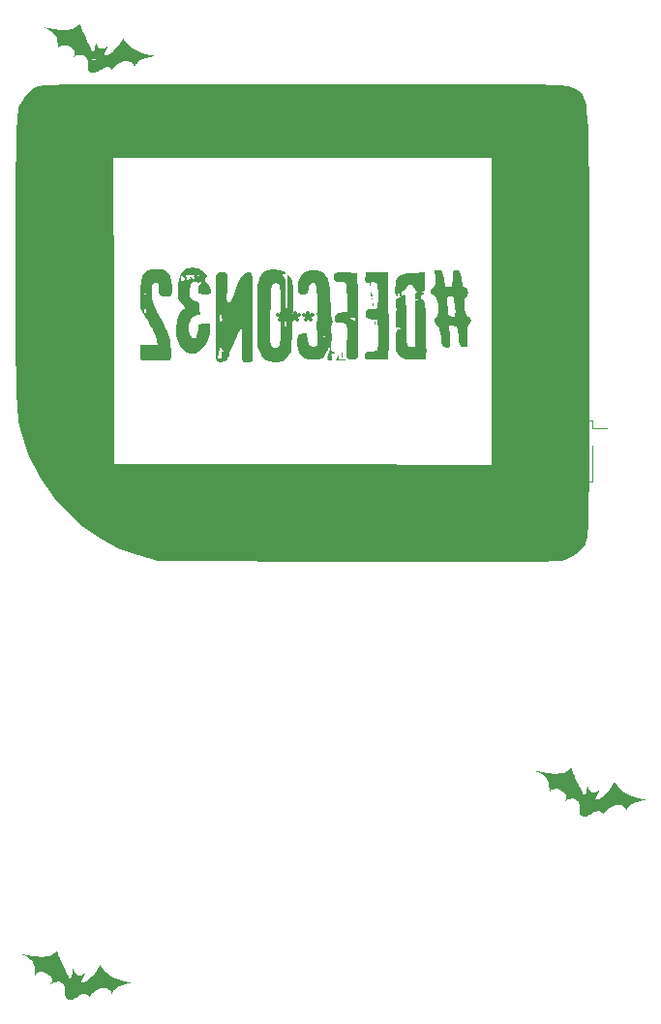
<source format=gbr>
%TF.GenerationSoftware,KiCad,Pcbnew,8.0.4-8.0.4-0~ubuntu22.04.1*%
%TF.CreationDate,2024-08-28T20:52:20+02:00*%
%TF.ProjectId,defcon32_badge,64656663-6f6e-4333-925f-62616467652e,rev?*%
%TF.SameCoordinates,Original*%
%TF.FileFunction,Legend,Bot*%
%TF.FilePolarity,Positive*%
%FSLAX46Y46*%
G04 Gerber Fmt 4.6, Leading zero omitted, Abs format (unit mm)*
G04 Created by KiCad (PCBNEW 8.0.4-8.0.4-0~ubuntu22.04.1) date 2024-08-28 20:52:20*
%MOMM*%
%LPD*%
G01*
G04 APERTURE LIST*
%ADD10C,0.150000*%
%ADD11C,0.300000*%
%ADD12C,0.000000*%
%ADD13C,0.120000*%
G04 APERTURE END LIST*
D10*
X154216666Y-95697295D02*
X154216666Y-96268723D01*
X154216666Y-96268723D02*
X154254761Y-96383009D01*
X154254761Y-96383009D02*
X154330952Y-96459200D01*
X154330952Y-96459200D02*
X154445237Y-96497295D01*
X154445237Y-96497295D02*
X154521428Y-96497295D01*
X153911904Y-95697295D02*
X153416666Y-95697295D01*
X153416666Y-95697295D02*
X153683332Y-96002057D01*
X153683332Y-96002057D02*
X153569047Y-96002057D01*
X153569047Y-96002057D02*
X153492856Y-96040152D01*
X153492856Y-96040152D02*
X153454761Y-96078247D01*
X153454761Y-96078247D02*
X153416666Y-96154438D01*
X153416666Y-96154438D02*
X153416666Y-96344914D01*
X153416666Y-96344914D02*
X153454761Y-96421104D01*
X153454761Y-96421104D02*
X153492856Y-96459200D01*
X153492856Y-96459200D02*
X153569047Y-96497295D01*
X153569047Y-96497295D02*
X153797618Y-96497295D01*
X153797618Y-96497295D02*
X153873809Y-96459200D01*
X153873809Y-96459200D02*
X153911904Y-96421104D01*
X150604819Y-82924405D02*
X149604819Y-82924405D01*
X149604819Y-82924405D02*
X149604819Y-83162500D01*
X149604819Y-83162500D02*
X149652438Y-83305357D01*
X149652438Y-83305357D02*
X149747676Y-83400595D01*
X149747676Y-83400595D02*
X149842914Y-83448214D01*
X149842914Y-83448214D02*
X150033390Y-83495833D01*
X150033390Y-83495833D02*
X150176247Y-83495833D01*
X150176247Y-83495833D02*
X150366723Y-83448214D01*
X150366723Y-83448214D02*
X150461961Y-83400595D01*
X150461961Y-83400595D02*
X150557200Y-83305357D01*
X150557200Y-83305357D02*
X150604819Y-83162500D01*
X150604819Y-83162500D02*
X150604819Y-82924405D01*
X149604819Y-84400595D02*
X149604819Y-83924405D01*
X149604819Y-83924405D02*
X150081009Y-83876786D01*
X150081009Y-83876786D02*
X150033390Y-83924405D01*
X150033390Y-83924405D02*
X149985771Y-84019643D01*
X149985771Y-84019643D02*
X149985771Y-84257738D01*
X149985771Y-84257738D02*
X150033390Y-84352976D01*
X150033390Y-84352976D02*
X150081009Y-84400595D01*
X150081009Y-84400595D02*
X150176247Y-84448214D01*
X150176247Y-84448214D02*
X150414342Y-84448214D01*
X150414342Y-84448214D02*
X150509580Y-84400595D01*
X150509580Y-84400595D02*
X150557200Y-84352976D01*
X150557200Y-84352976D02*
X150604819Y-84257738D01*
X150604819Y-84257738D02*
X150604819Y-84019643D01*
X150604819Y-84019643D02*
X150557200Y-83924405D01*
X150557200Y-83924405D02*
X150509580Y-83876786D01*
D11*
X131321427Y-88249757D02*
X131464285Y-88178328D01*
X131464285Y-88178328D02*
X131678570Y-88178328D01*
X131678570Y-88178328D02*
X131892856Y-88249757D01*
X131892856Y-88249757D02*
X132035713Y-88392614D01*
X132035713Y-88392614D02*
X132107142Y-88535471D01*
X132107142Y-88535471D02*
X132178570Y-88821185D01*
X132178570Y-88821185D02*
X132178570Y-89035471D01*
X132178570Y-89035471D02*
X132107142Y-89321185D01*
X132107142Y-89321185D02*
X132035713Y-89464042D01*
X132035713Y-89464042D02*
X131892856Y-89606900D01*
X131892856Y-89606900D02*
X131678570Y-89678328D01*
X131678570Y-89678328D02*
X131535713Y-89678328D01*
X131535713Y-89678328D02*
X131321427Y-89606900D01*
X131321427Y-89606900D02*
X131249999Y-89535471D01*
X131249999Y-89535471D02*
X131249999Y-89035471D01*
X131249999Y-89035471D02*
X131535713Y-89035471D01*
X130392856Y-88178328D02*
X130392856Y-88535471D01*
X130749999Y-88392614D02*
X130392856Y-88535471D01*
X130392856Y-88535471D02*
X130035713Y-88392614D01*
X130607142Y-88821185D02*
X130392856Y-88535471D01*
X130392856Y-88535471D02*
X130178570Y-88821185D01*
X129249999Y-88178328D02*
X129249999Y-88535471D01*
X129607142Y-88392614D02*
X129249999Y-88535471D01*
X129249999Y-88535471D02*
X128892856Y-88392614D01*
X129464285Y-88821185D02*
X129249999Y-88535471D01*
X129249999Y-88535471D02*
X129035713Y-88821185D01*
X128107142Y-88178328D02*
X128107142Y-88535471D01*
X128464285Y-88392614D02*
X128107142Y-88535471D01*
X128107142Y-88535471D02*
X127749999Y-88392614D01*
X128321428Y-88821185D02*
X128107142Y-88535471D01*
X128107142Y-88535471D02*
X127892856Y-88821185D01*
D12*
%TO.C,G\u002A\u002A\u002A*%
G36*
X154982828Y-89041710D02*
G01*
X154982801Y-89639087D01*
X154982408Y-92792939D01*
X154981206Y-95561257D01*
X154978627Y-97970282D01*
X154974106Y-100046251D01*
X154967075Y-101815404D01*
X154956968Y-103303979D01*
X154943220Y-104538216D01*
X154925263Y-105544354D01*
X154902531Y-106348631D01*
X154874458Y-106977287D01*
X154840477Y-107456560D01*
X154800022Y-107812689D01*
X154752527Y-108071913D01*
X154697424Y-108260472D01*
X154634149Y-108404603D01*
X154562134Y-108530547D01*
X154497105Y-108628397D01*
X153952624Y-109186253D01*
X153261682Y-109626046D01*
X153188345Y-109659161D01*
X153016497Y-109727000D01*
X152813071Y-109785890D01*
X152550580Y-109836342D01*
X152201537Y-109878869D01*
X151738456Y-109913981D01*
X151133851Y-109942190D01*
X150360235Y-109964009D01*
X149390121Y-109979947D01*
X148196022Y-109990517D01*
X146750454Y-109996231D01*
X145025928Y-109997600D01*
X142994959Y-109995135D01*
X140630060Y-109989348D01*
X137903744Y-109980751D01*
X134788525Y-109969855D01*
X117195902Y-109906909D01*
X115527696Y-109388353D01*
X113953636Y-108820827D01*
X112269886Y-107971974D01*
X110715636Y-106875055D01*
X109168154Y-105454143D01*
X108167734Y-104354942D01*
X106878145Y-102545516D01*
X105917715Y-100582325D01*
X105232837Y-98368852D01*
X105156731Y-98037025D01*
X105081285Y-97657406D01*
X105017691Y-97245988D01*
X104964952Y-96767808D01*
X104922070Y-96187902D01*
X104888049Y-95471308D01*
X104861891Y-94583063D01*
X104842598Y-93488203D01*
X104829175Y-92151766D01*
X104820623Y-90538788D01*
X104815946Y-88614308D01*
X104814147Y-86343360D01*
X104814228Y-83690983D01*
X104815259Y-81207512D01*
X104817823Y-78921343D01*
X104822827Y-76988405D01*
X104831228Y-75376042D01*
X104838367Y-74634426D01*
X113341203Y-74634426D01*
X113394782Y-88011065D01*
X113448361Y-101387705D01*
X129947951Y-101441007D01*
X146447541Y-101494310D01*
X146447541Y-88064368D01*
X146447541Y-74634426D01*
X129894372Y-74634426D01*
X113341203Y-74634426D01*
X104838367Y-74634426D01*
X104843978Y-74051596D01*
X104862033Y-72982411D01*
X104886344Y-72135831D01*
X104917868Y-71479197D01*
X104957558Y-70979854D01*
X105006368Y-70605145D01*
X105065252Y-70322413D01*
X105135164Y-70099000D01*
X105217058Y-69902252D01*
X105260151Y-69812085D01*
X105733111Y-69111798D01*
X106305518Y-68601800D01*
X106415144Y-68538626D01*
X106544829Y-68480074D01*
X106713909Y-68428306D01*
X106945948Y-68382904D01*
X107264506Y-68343451D01*
X107693148Y-68309529D01*
X108255434Y-68280720D01*
X108974929Y-68256607D01*
X109875192Y-68236772D01*
X110979789Y-68220798D01*
X112312279Y-68208268D01*
X113896227Y-68198762D01*
X115755194Y-68191865D01*
X117912742Y-68187158D01*
X120392435Y-68184225D01*
X123217834Y-68182646D01*
X126412501Y-68182005D01*
X130000000Y-68181884D01*
X132750649Y-68181966D01*
X136040391Y-68182536D01*
X138955071Y-68184002D01*
X141518225Y-68186769D01*
X143753389Y-68191239D01*
X145684098Y-68197818D01*
X147333888Y-68206909D01*
X148726297Y-68218916D01*
X149884859Y-68234244D01*
X150833110Y-68253297D01*
X151594587Y-68276479D01*
X152192826Y-68304193D01*
X152651363Y-68336843D01*
X152993733Y-68374835D01*
X153243473Y-68418572D01*
X153424118Y-68468458D01*
X153559205Y-68524896D01*
X153672269Y-68588292D01*
X153842706Y-68687952D01*
X154042935Y-68804264D01*
X154218326Y-68927847D01*
X154370519Y-69084270D01*
X154501151Y-69299105D01*
X154611860Y-69597921D01*
X154704286Y-70006288D01*
X154780067Y-70549775D01*
X154840841Y-71253954D01*
X154888246Y-72144394D01*
X154923921Y-73246664D01*
X154949504Y-74586336D01*
X154966634Y-76188979D01*
X154976949Y-78080163D01*
X154982088Y-80285458D01*
X154983687Y-82830434D01*
X154983389Y-85740661D01*
X154982994Y-88064368D01*
X154982828Y-89041710D01*
G37*
G36*
X108644424Y-144537630D02*
G01*
X108702812Y-144670067D01*
X108770047Y-144816109D01*
X108847681Y-144979258D01*
X108937264Y-145163020D01*
X109040347Y-145370897D01*
X109075239Y-145441161D01*
X109094679Y-145480990D01*
X109147425Y-145589060D01*
X109158150Y-145611035D01*
X109235230Y-145773073D01*
X109304664Y-145923304D01*
X109364633Y-146057755D01*
X109413319Y-146172456D01*
X109448905Y-146263436D01*
X109461125Y-146295197D01*
X109484942Y-146340873D01*
X109510886Y-146359574D01*
X109544841Y-146353874D01*
X109592690Y-146326346D01*
X109605975Y-146316339D01*
X109652400Y-146264237D01*
X109697348Y-146188730D01*
X109711375Y-146159684D01*
X109728729Y-146117434D01*
X109741985Y-146072594D01*
X109752757Y-146017968D01*
X109762662Y-145946364D01*
X109773316Y-145850588D01*
X109783579Y-145751610D01*
X109793225Y-145660064D01*
X109801093Y-145595461D01*
X109808320Y-145555472D01*
X109816044Y-145537770D01*
X109825402Y-145540029D01*
X109837533Y-145559920D01*
X109853575Y-145595117D01*
X109874665Y-145643293D01*
X109939547Y-145775078D01*
X110018584Y-145900355D01*
X110102369Y-145996157D01*
X110191999Y-146063485D01*
X110288574Y-146103343D01*
X110393189Y-146116731D01*
X110444919Y-146112428D01*
X110540953Y-146085449D01*
X110651728Y-146033252D01*
X110778514Y-145955305D01*
X110785130Y-145950887D01*
X110830243Y-145922763D01*
X110863104Y-145905682D01*
X110876996Y-145903201D01*
X110876691Y-145907682D01*
X110866984Y-145936477D01*
X110846338Y-145986581D01*
X110817035Y-146053153D01*
X110781357Y-146131352D01*
X110741584Y-146216335D01*
X110699998Y-146303261D01*
X110658879Y-146387288D01*
X110646464Y-146411973D01*
X110620510Y-146463575D01*
X110587170Y-146527281D01*
X110571673Y-146554838D01*
X110561143Y-146573563D01*
X110556316Y-146581649D01*
X110522781Y-146642636D01*
X110505976Y-146683673D01*
X110506993Y-146702169D01*
X110512114Y-146704035D01*
X110544194Y-146708701D01*
X110596238Y-146712275D01*
X110659848Y-146714102D01*
X110704004Y-146714286D01*
X110760882Y-146711744D01*
X110806711Y-146703118D01*
X110854281Y-146685513D01*
X110916380Y-146656033D01*
X110952208Y-146637189D01*
X110999625Y-146608046D01*
X111049337Y-146571851D01*
X111104432Y-146525852D01*
X111168000Y-146467294D01*
X111243128Y-146393424D01*
X111332904Y-146301487D01*
X111440417Y-146188730D01*
X111521549Y-146102824D01*
X111618687Y-145999162D01*
X111698608Y-145912376D01*
X111764038Y-145839125D01*
X111817703Y-145776066D01*
X111862328Y-145719859D01*
X111900640Y-145667162D01*
X111935365Y-145614634D01*
X111969228Y-145558933D01*
X112001717Y-145502356D01*
X112361770Y-145502356D01*
X112371513Y-145532860D01*
X112374922Y-145537948D01*
X112390157Y-145570392D01*
X112405940Y-145614674D01*
X112406696Y-145617043D01*
X112420334Y-145653533D01*
X112444334Y-145712503D01*
X112476349Y-145788378D01*
X112514030Y-145875584D01*
X112555027Y-145968544D01*
X112555385Y-145969346D01*
X112598546Y-146066486D01*
X112640621Y-146161657D01*
X112678669Y-146248173D01*
X112709749Y-146319348D01*
X112730922Y-146368497D01*
X112760875Y-146432629D01*
X112787801Y-146473908D01*
X112808832Y-146485082D01*
X112824299Y-146466499D01*
X112826014Y-146460073D01*
X112823961Y-146432160D01*
X112812959Y-146404601D01*
X112798260Y-146387515D01*
X112785118Y-146391019D01*
X112782676Y-146392328D01*
X112770269Y-146378766D01*
X112752246Y-146345225D01*
X112731596Y-146299107D01*
X112711307Y-146247811D01*
X112694369Y-146198741D01*
X112683770Y-146159296D01*
X112682498Y-146136880D01*
X112679886Y-146114508D01*
X112666310Y-146069949D01*
X112644389Y-146009607D01*
X112616775Y-145939798D01*
X112586121Y-145866834D01*
X112555083Y-145797031D01*
X112526311Y-145736701D01*
X112502461Y-145692160D01*
X112486185Y-145669721D01*
X112467396Y-145647806D01*
X112440216Y-145604551D01*
X112413045Y-145551764D01*
X112389670Y-145505158D01*
X112371855Y-145480630D01*
X112362966Y-145485678D01*
X112361770Y-145502356D01*
X112001717Y-145502356D01*
X112004955Y-145496718D01*
X112019717Y-145470722D01*
X112071687Y-145381984D01*
X112118208Y-145306777D01*
X112156941Y-145248656D01*
X112185546Y-145211177D01*
X112201682Y-145197894D01*
X112211562Y-145205914D01*
X112223136Y-145233594D01*
X112237164Y-145265928D01*
X112264159Y-145303711D01*
X112286111Y-145334074D01*
X112296223Y-145363065D01*
X112299990Y-145376015D01*
X112322470Y-145383382D01*
X112337713Y-145387351D01*
X112370149Y-145416698D01*
X112412650Y-145473126D01*
X112422474Y-145486925D01*
X112463575Y-145538471D01*
X112519205Y-145602566D01*
X112583311Y-145672373D01*
X112649840Y-145741054D01*
X112773096Y-145858126D01*
X112907286Y-145970656D01*
X113049472Y-146073934D01*
X113204262Y-146170834D01*
X113376265Y-146264227D01*
X113570088Y-146356985D01*
X113790341Y-146451983D01*
X113810088Y-146460073D01*
X113855007Y-146478476D01*
X113996584Y-146534222D01*
X114120045Y-146578485D01*
X114232496Y-146613112D01*
X114341044Y-146639950D01*
X114452795Y-146660848D01*
X114574857Y-146677652D01*
X114714335Y-146692212D01*
X114733392Y-146694013D01*
X114807597Y-146701502D01*
X114867723Y-146708315D01*
X114908016Y-146713764D01*
X114922725Y-146717161D01*
X114914843Y-146726804D01*
X114878380Y-146745010D01*
X114813609Y-146768377D01*
X114722032Y-146796451D01*
X114605152Y-146828781D01*
X114464469Y-146864912D01*
X114301486Y-146904394D01*
X114213173Y-146925757D01*
X114058327Y-146966726D01*
X113928065Y-147007214D01*
X113817942Y-147049240D01*
X113776029Y-147069473D01*
X113723515Y-147094823D01*
X113640338Y-147145982D01*
X113563966Y-147204738D01*
X113489956Y-147273109D01*
X113470722Y-147292507D01*
X113416706Y-147351802D01*
X113371786Y-147411416D01*
X113331346Y-147478776D01*
X113290770Y-147561310D01*
X113245439Y-147666443D01*
X113243012Y-147672196D01*
X113234054Y-147687565D01*
X113224418Y-147685221D01*
X113210103Y-147661474D01*
X113187109Y-147612633D01*
X113132146Y-147509666D01*
X113044110Y-147394627D01*
X112939180Y-147305893D01*
X112816694Y-147243049D01*
X112675991Y-147205681D01*
X112516409Y-147193375D01*
X112424127Y-147197005D01*
X112257832Y-147222631D01*
X112091367Y-147273877D01*
X111921057Y-147352001D01*
X111743228Y-147458263D01*
X111720639Y-147473567D01*
X111620528Y-147549640D01*
X111521543Y-147636814D01*
X111430303Y-147728540D01*
X111353424Y-147818268D01*
X111297523Y-147899448D01*
X111275333Y-147936073D01*
X111253044Y-147968679D01*
X111240684Y-147981359D01*
X111234511Y-147977416D01*
X111213880Y-147954314D01*
X111186460Y-147917361D01*
X111133223Y-147850528D01*
X111047838Y-147773553D01*
X110955026Y-147719602D01*
X110859542Y-147691234D01*
X110766139Y-147691010D01*
X110749517Y-147694048D01*
X110661039Y-147719810D01*
X110556503Y-147764825D01*
X110433834Y-147830078D01*
X110290960Y-147916551D01*
X110278241Y-147924592D01*
X110113664Y-148024223D01*
X109970231Y-148102280D01*
X109848333Y-148158564D01*
X109748359Y-148192877D01*
X109716507Y-148200240D01*
X109648191Y-148211613D01*
X109588809Y-148216550D01*
X109556412Y-148215346D01*
X109473835Y-148201815D01*
X109388002Y-148176409D01*
X109310482Y-148142959D01*
X109252845Y-148105297D01*
X109230325Y-148083687D01*
X109204025Y-148050068D01*
X109183622Y-148009333D01*
X109168292Y-147957429D01*
X109157207Y-147890300D01*
X109149543Y-147803893D01*
X109144473Y-147694154D01*
X109141172Y-147557027D01*
X109139394Y-147474967D01*
X109133789Y-147330267D01*
X109124580Y-147211068D01*
X109110659Y-147113425D01*
X109096677Y-147056741D01*
X109168393Y-147056741D01*
X109182608Y-147070078D01*
X109195213Y-147077382D01*
X109213623Y-147084719D01*
X109220653Y-147082754D01*
X109240556Y-147072235D01*
X109452149Y-147072235D01*
X109477033Y-147081171D01*
X109526733Y-147084960D01*
X109580340Y-147085201D01*
X109569733Y-147439071D01*
X109567555Y-147515302D01*
X109565291Y-147614559D01*
X109564647Y-147688007D01*
X109565726Y-147739107D01*
X109568634Y-147771322D01*
X109573473Y-147788113D01*
X109580347Y-147792941D01*
X109591630Y-147792058D01*
X109615382Y-147775876D01*
X109622539Y-147735767D01*
X109622531Y-147734135D01*
X109616605Y-147709364D01*
X109596368Y-147709605D01*
X109580449Y-147713043D01*
X109581909Y-147700697D01*
X109587004Y-147682623D01*
X109591580Y-147640286D01*
X109593165Y-147586220D01*
X109594702Y-147544515D01*
X109602359Y-147481717D01*
X109614353Y-147433427D01*
X109620988Y-147410598D01*
X109631802Y-147352049D01*
X109641472Y-147274905D01*
X109649061Y-147187207D01*
X109653629Y-147096996D01*
X109663841Y-147091691D01*
X109697861Y-147087005D01*
X109747431Y-147085201D01*
X109759673Y-147085085D01*
X109812886Y-147081056D01*
X109845291Y-147072418D01*
X109847318Y-147069473D01*
X109921362Y-147069473D01*
X109924024Y-147076708D01*
X109944954Y-147085201D01*
X109955807Y-147083426D01*
X109968545Y-147069473D01*
X110023592Y-147069473D01*
X110026811Y-147073768D01*
X110048111Y-147085201D01*
X110051622Y-147084751D01*
X110062910Y-147069473D01*
X110059910Y-147061957D01*
X110038391Y-147053746D01*
X110027157Y-147056009D01*
X110023592Y-147069473D01*
X109968545Y-147069473D01*
X109965884Y-147062238D01*
X109944954Y-147053746D01*
X109934101Y-147055520D01*
X109929349Y-147060725D01*
X109921362Y-147069473D01*
X109847318Y-147069473D01*
X109853341Y-147060725D01*
X109833484Y-147047530D01*
X109822863Y-147044738D01*
X109783268Y-147039923D01*
X109732982Y-147038018D01*
X109657268Y-147038018D01*
X109645299Y-146908266D01*
X109644112Y-146894981D01*
X109639134Y-146827217D01*
X109636334Y-146767482D01*
X109636291Y-146727399D01*
X109636483Y-146723352D01*
X109634077Y-146689978D01*
X109625584Y-146676284D01*
X109619045Y-146689301D01*
X109610304Y-146727762D01*
X109600847Y-146785540D01*
X109591833Y-146856458D01*
X109571752Y-147036631D01*
X109501194Y-147047212D01*
X109484460Y-147050192D01*
X109453990Y-147060969D01*
X109453215Y-147065713D01*
X109452149Y-147072235D01*
X109240556Y-147072235D01*
X109244637Y-147070078D01*
X109247476Y-147068251D01*
X109253387Y-147061609D01*
X109276533Y-147061609D01*
X109284397Y-147069473D01*
X109292260Y-147061609D01*
X109290622Y-147059971D01*
X109375158Y-147059971D01*
X109375232Y-147061609D01*
X109375401Y-147065340D01*
X109395800Y-147068232D01*
X109411259Y-147065713D01*
X109405302Y-147058729D01*
X109396207Y-147056217D01*
X109375158Y-147059971D01*
X109290622Y-147059971D01*
X109284397Y-147053746D01*
X109282483Y-147055660D01*
X109276533Y-147061609D01*
X109253387Y-147061609D01*
X109258682Y-147055660D01*
X109240705Y-147045045D01*
X109224582Y-147041366D01*
X109186540Y-147045045D01*
X109183209Y-147046351D01*
X109168393Y-147056741D01*
X109096677Y-147056741D01*
X109090918Y-147033394D01*
X109064252Y-146967029D01*
X109029551Y-146910385D01*
X108985710Y-146859517D01*
X108931619Y-146810480D01*
X108867464Y-146762463D01*
X108742454Y-146696011D01*
X108608357Y-146658384D01*
X108464445Y-146649571D01*
X108309994Y-146669560D01*
X108144277Y-146718341D01*
X107966569Y-146795903D01*
X107928536Y-146814747D01*
X107874960Y-146840637D01*
X107836434Y-146858411D01*
X107819460Y-146865015D01*
X107819735Y-146861063D01*
X107834194Y-146839966D01*
X107861765Y-146806754D01*
X107924553Y-146718504D01*
X107970521Y-146612865D01*
X107983393Y-146547318D01*
X109606811Y-146547318D01*
X109607841Y-146566621D01*
X109615693Y-146580963D01*
X109631250Y-146564821D01*
X109634144Y-146554838D01*
X109624314Y-146530220D01*
X109623949Y-146529858D01*
X109610665Y-146524501D01*
X109606811Y-146547318D01*
X107983393Y-146547318D01*
X107992051Y-146503233D01*
X107989490Y-146435511D01*
X109591384Y-146435511D01*
X109600630Y-146478404D01*
X109610242Y-146494857D01*
X109630342Y-146501402D01*
X109646624Y-146479690D01*
X109649853Y-146469363D01*
X109661603Y-146431885D01*
X109662481Y-146411973D01*
X109650455Y-146377639D01*
X109645579Y-146370693D01*
X109624707Y-146358034D01*
X109606599Y-146368901D01*
X109594432Y-146396868D01*
X109591384Y-146435511D01*
X107989490Y-146435511D01*
X107987987Y-146395782D01*
X107957177Y-146296682D01*
X107951939Y-146286091D01*
X107881290Y-146179419D01*
X107783541Y-146080739D01*
X107662287Y-145992702D01*
X107521123Y-145917958D01*
X107363644Y-145859156D01*
X107346582Y-145853930D01*
X107296187Y-145837027D01*
X107268792Y-145823183D01*
X107258488Y-145808405D01*
X107259361Y-145788699D01*
X107259925Y-145763344D01*
X107249159Y-145741410D01*
X107237375Y-145742737D01*
X107231951Y-145769325D01*
X107231951Y-145807875D01*
X107039288Y-145805640D01*
X106957575Y-145806548D01*
X106833313Y-145818198D01*
X106732561Y-145844020D01*
X106651691Y-145885573D01*
X106587073Y-145944414D01*
X106535080Y-146022102D01*
X106500619Y-146086501D01*
X106497055Y-145944953D01*
X106492595Y-145823458D01*
X106484388Y-145683167D01*
X106477529Y-145597455D01*
X107471287Y-145597455D01*
X107488838Y-145634525D01*
X107498898Y-145644202D01*
X107513739Y-145651176D01*
X107523576Y-145634338D01*
X107525493Y-145628684D01*
X107529400Y-145589060D01*
X107521279Y-145552249D01*
X107503831Y-145532219D01*
X107487820Y-145539414D01*
X107474269Y-145567706D01*
X107471287Y-145597455D01*
X106477529Y-145597455D01*
X106473442Y-145546392D01*
X106460402Y-145420118D01*
X106452916Y-145363902D01*
X107233287Y-145363902D01*
X107234234Y-145442211D01*
X107234670Y-145452772D01*
X107238405Y-145507000D01*
X107243550Y-145545187D01*
X107249128Y-145559628D01*
X107255012Y-145548300D01*
X107261227Y-145512458D01*
X107265231Y-145472810D01*
X107502679Y-145472810D01*
X107504562Y-145491475D01*
X107509292Y-145493936D01*
X107515047Y-145480990D01*
X107513912Y-145472664D01*
X107504562Y-145470505D01*
X107502679Y-145472810D01*
X107265231Y-145472810D01*
X107266576Y-145459498D01*
X107270677Y-145397045D01*
X107273148Y-145332723D01*
X107273605Y-145274155D01*
X107271666Y-145228967D01*
X107266947Y-145204781D01*
X107260672Y-145198085D01*
X107250443Y-145208040D01*
X107242037Y-145242123D01*
X107236103Y-145295641D01*
X107233287Y-145363902D01*
X106452916Y-145363902D01*
X106445915Y-145311329D01*
X106430628Y-145227010D01*
X106425434Y-145204598D01*
X106391667Y-145094790D01*
X106387098Y-145085227D01*
X107253514Y-145085227D01*
X107256584Y-145123863D01*
X107264898Y-145143770D01*
X107270549Y-145140470D01*
X107275636Y-145119054D01*
X107475699Y-145119054D01*
X107476804Y-145165186D01*
X107481319Y-145187292D01*
X107488835Y-145204783D01*
X107497620Y-145246907D01*
X107500511Y-145274155D01*
X107503323Y-145300667D01*
X107503519Y-145303807D01*
X107507844Y-145355404D01*
X107512474Y-145375775D01*
X107517600Y-145365139D01*
X107523412Y-145323715D01*
X107525867Y-145293711D01*
X107529193Y-145236665D01*
X107532815Y-145161050D01*
X107536567Y-145071865D01*
X107540285Y-144974111D01*
X107543804Y-144872787D01*
X107546960Y-144772892D01*
X107549588Y-144679426D01*
X107551524Y-144597387D01*
X107552602Y-144531777D01*
X107552659Y-144487594D01*
X107551529Y-144469837D01*
X107545430Y-144465668D01*
X107525003Y-144472690D01*
X107517139Y-144486132D01*
X107512464Y-144526963D01*
X107515932Y-144595342D01*
X107519043Y-144651447D01*
X107518199Y-144703821D01*
X107513256Y-144736737D01*
X107512149Y-144740038D01*
X107503491Y-144779456D01*
X107495188Y-144837954D01*
X107487748Y-144908347D01*
X107481681Y-144983450D01*
X107477494Y-145056081D01*
X107477086Y-145070381D01*
X107475699Y-145119054D01*
X107275636Y-145119054D01*
X107276731Y-145114446D01*
X107279133Y-145070381D01*
X107278812Y-145051086D01*
X107274441Y-145011030D01*
X107267040Y-145001423D01*
X107259290Y-145022030D01*
X107253867Y-145072613D01*
X107253514Y-145085227D01*
X106387098Y-145085227D01*
X106344350Y-144995753D01*
X106278737Y-144898984D01*
X106190084Y-144795978D01*
X106185994Y-144791620D01*
X106097230Y-144706495D01*
X105993322Y-144624287D01*
X105870412Y-144542414D01*
X105724644Y-144458299D01*
X105552161Y-144369362D01*
X105488288Y-144337629D01*
X105418486Y-144302263D01*
X105363566Y-144273639D01*
X105327997Y-144254092D01*
X105316247Y-144245962D01*
X105321407Y-144245864D01*
X105351896Y-144249810D01*
X105404940Y-144258390D01*
X105475107Y-144270705D01*
X105556966Y-144285854D01*
X105564824Y-144287341D01*
X105798505Y-144330807D01*
X106005320Y-144367524D01*
X106188911Y-144397915D01*
X106352920Y-144422407D01*
X106500990Y-144441424D01*
X106636763Y-144455390D01*
X106763880Y-144464730D01*
X106885984Y-144469869D01*
X107006718Y-144471231D01*
X107129722Y-144469241D01*
X107195116Y-144466962D01*
X107406356Y-144452192D01*
X107592500Y-144425907D01*
X107757253Y-144386841D01*
X107904323Y-144333726D01*
X108037415Y-144265298D01*
X108160237Y-144180289D01*
X108276493Y-144077433D01*
X108282207Y-144071822D01*
X108334960Y-144020302D01*
X108378449Y-143978312D01*
X108408303Y-143950044D01*
X108420151Y-143939690D01*
X108423671Y-143947087D01*
X108435431Y-143978685D01*
X108453173Y-144029415D01*
X108474676Y-144093034D01*
X108506829Y-144186901D01*
X108547983Y-144299551D01*
X108593331Y-144415292D01*
X108623527Y-144487594D01*
X108644424Y-144537630D01*
G37*
G36*
X110644424Y-63537630D02*
G01*
X110702812Y-63670067D01*
X110770047Y-63816109D01*
X110847681Y-63979258D01*
X110937264Y-64163020D01*
X111040347Y-64370897D01*
X111075239Y-64441161D01*
X111094679Y-64480990D01*
X111147425Y-64589060D01*
X111158150Y-64611035D01*
X111235230Y-64773073D01*
X111304664Y-64923304D01*
X111364633Y-65057755D01*
X111413319Y-65172456D01*
X111448905Y-65263436D01*
X111461125Y-65295197D01*
X111484942Y-65340873D01*
X111510886Y-65359574D01*
X111544841Y-65353874D01*
X111592690Y-65326346D01*
X111605975Y-65316339D01*
X111652400Y-65264237D01*
X111697348Y-65188730D01*
X111711375Y-65159684D01*
X111728729Y-65117434D01*
X111741985Y-65072594D01*
X111752757Y-65017968D01*
X111762662Y-64946364D01*
X111773316Y-64850588D01*
X111783579Y-64751610D01*
X111793225Y-64660064D01*
X111801093Y-64595461D01*
X111808320Y-64555472D01*
X111816044Y-64537770D01*
X111825402Y-64540029D01*
X111837533Y-64559920D01*
X111853575Y-64595117D01*
X111874665Y-64643293D01*
X111939547Y-64775078D01*
X112018584Y-64900355D01*
X112102369Y-64996157D01*
X112191999Y-65063485D01*
X112288574Y-65103343D01*
X112393189Y-65116731D01*
X112444919Y-65112428D01*
X112540953Y-65085449D01*
X112651728Y-65033252D01*
X112778514Y-64955305D01*
X112785130Y-64950887D01*
X112830243Y-64922763D01*
X112863104Y-64905682D01*
X112876996Y-64903201D01*
X112876691Y-64907682D01*
X112866984Y-64936477D01*
X112846338Y-64986581D01*
X112817035Y-65053153D01*
X112781357Y-65131352D01*
X112741584Y-65216335D01*
X112699998Y-65303261D01*
X112658879Y-65387288D01*
X112646464Y-65411973D01*
X112620510Y-65463575D01*
X112587170Y-65527281D01*
X112571673Y-65554838D01*
X112561143Y-65573563D01*
X112556316Y-65581649D01*
X112522781Y-65642636D01*
X112505976Y-65683673D01*
X112506993Y-65702169D01*
X112512114Y-65704035D01*
X112544194Y-65708701D01*
X112596238Y-65712275D01*
X112659848Y-65714102D01*
X112704004Y-65714286D01*
X112760882Y-65711744D01*
X112806711Y-65703118D01*
X112854281Y-65685513D01*
X112916380Y-65656033D01*
X112952208Y-65637189D01*
X112999625Y-65608046D01*
X113049337Y-65571851D01*
X113104432Y-65525852D01*
X113168000Y-65467294D01*
X113243128Y-65393424D01*
X113332904Y-65301487D01*
X113440417Y-65188730D01*
X113521549Y-65102824D01*
X113618687Y-64999162D01*
X113698608Y-64912376D01*
X113764038Y-64839125D01*
X113817703Y-64776066D01*
X113862328Y-64719859D01*
X113900640Y-64667162D01*
X113935365Y-64614634D01*
X113969228Y-64558933D01*
X114001717Y-64502356D01*
X114361770Y-64502356D01*
X114371513Y-64532860D01*
X114374922Y-64537948D01*
X114390157Y-64570392D01*
X114405940Y-64614674D01*
X114406696Y-64617043D01*
X114420334Y-64653533D01*
X114444334Y-64712503D01*
X114476349Y-64788378D01*
X114514030Y-64875584D01*
X114555027Y-64968544D01*
X114555385Y-64969346D01*
X114598546Y-65066486D01*
X114640621Y-65161657D01*
X114678669Y-65248173D01*
X114709749Y-65319348D01*
X114730922Y-65368497D01*
X114760875Y-65432629D01*
X114787801Y-65473908D01*
X114808832Y-65485082D01*
X114824299Y-65466499D01*
X114826014Y-65460073D01*
X114823961Y-65432160D01*
X114812959Y-65404601D01*
X114798260Y-65387515D01*
X114785118Y-65391019D01*
X114782676Y-65392328D01*
X114770269Y-65378766D01*
X114752246Y-65345225D01*
X114731596Y-65299107D01*
X114711307Y-65247811D01*
X114694369Y-65198741D01*
X114683770Y-65159296D01*
X114682498Y-65136880D01*
X114679886Y-65114508D01*
X114666310Y-65069949D01*
X114644389Y-65009607D01*
X114616775Y-64939798D01*
X114586121Y-64866834D01*
X114555083Y-64797031D01*
X114526311Y-64736701D01*
X114502461Y-64692160D01*
X114486185Y-64669721D01*
X114467396Y-64647806D01*
X114440216Y-64604551D01*
X114413045Y-64551764D01*
X114389670Y-64505158D01*
X114371855Y-64480630D01*
X114362966Y-64485678D01*
X114361770Y-64502356D01*
X114001717Y-64502356D01*
X114004955Y-64496718D01*
X114019717Y-64470722D01*
X114071687Y-64381984D01*
X114118208Y-64306777D01*
X114156941Y-64248656D01*
X114185546Y-64211177D01*
X114201682Y-64197894D01*
X114211562Y-64205914D01*
X114223136Y-64233594D01*
X114237164Y-64265928D01*
X114264159Y-64303711D01*
X114286111Y-64334074D01*
X114296223Y-64363065D01*
X114299990Y-64376015D01*
X114322470Y-64383382D01*
X114337713Y-64387351D01*
X114370149Y-64416698D01*
X114412650Y-64473126D01*
X114422474Y-64486925D01*
X114463575Y-64538471D01*
X114519205Y-64602566D01*
X114583311Y-64672373D01*
X114649840Y-64741054D01*
X114773096Y-64858126D01*
X114907286Y-64970656D01*
X115049472Y-65073934D01*
X115204262Y-65170834D01*
X115376265Y-65264227D01*
X115570088Y-65356985D01*
X115790341Y-65451983D01*
X115810088Y-65460073D01*
X115855007Y-65478476D01*
X115996584Y-65534222D01*
X116120045Y-65578485D01*
X116232496Y-65613112D01*
X116341044Y-65639950D01*
X116452795Y-65660848D01*
X116574857Y-65677652D01*
X116714335Y-65692212D01*
X116733392Y-65694013D01*
X116807597Y-65701502D01*
X116867723Y-65708315D01*
X116908016Y-65713764D01*
X116922725Y-65717161D01*
X116914843Y-65726804D01*
X116878380Y-65745010D01*
X116813609Y-65768377D01*
X116722032Y-65796451D01*
X116605152Y-65828781D01*
X116464469Y-65864912D01*
X116301486Y-65904394D01*
X116213173Y-65925757D01*
X116058327Y-65966726D01*
X115928065Y-66007214D01*
X115817942Y-66049240D01*
X115776029Y-66069473D01*
X115723515Y-66094823D01*
X115640338Y-66145982D01*
X115563966Y-66204738D01*
X115489956Y-66273109D01*
X115470722Y-66292507D01*
X115416706Y-66351802D01*
X115371786Y-66411416D01*
X115331346Y-66478776D01*
X115290770Y-66561310D01*
X115245439Y-66666443D01*
X115243012Y-66672196D01*
X115234054Y-66687565D01*
X115224418Y-66685221D01*
X115210103Y-66661474D01*
X115187109Y-66612633D01*
X115132146Y-66509666D01*
X115044110Y-66394627D01*
X114939180Y-66305893D01*
X114816694Y-66243049D01*
X114675991Y-66205681D01*
X114516409Y-66193375D01*
X114424127Y-66197005D01*
X114257832Y-66222631D01*
X114091367Y-66273877D01*
X113921057Y-66352001D01*
X113743228Y-66458263D01*
X113720639Y-66473567D01*
X113620528Y-66549640D01*
X113521543Y-66636814D01*
X113430303Y-66728540D01*
X113353424Y-66818268D01*
X113297523Y-66899448D01*
X113275333Y-66936073D01*
X113253044Y-66968679D01*
X113240684Y-66981359D01*
X113234511Y-66977416D01*
X113213880Y-66954314D01*
X113186460Y-66917361D01*
X113133223Y-66850528D01*
X113047838Y-66773553D01*
X112955026Y-66719602D01*
X112859542Y-66691234D01*
X112766139Y-66691010D01*
X112749517Y-66694048D01*
X112661039Y-66719810D01*
X112556503Y-66764825D01*
X112433834Y-66830078D01*
X112290960Y-66916551D01*
X112278241Y-66924592D01*
X112113664Y-67024223D01*
X111970231Y-67102280D01*
X111848333Y-67158564D01*
X111748359Y-67192877D01*
X111716507Y-67200240D01*
X111648191Y-67211613D01*
X111588809Y-67216550D01*
X111556412Y-67215346D01*
X111473835Y-67201815D01*
X111388002Y-67176409D01*
X111310482Y-67142959D01*
X111252845Y-67105297D01*
X111230325Y-67083687D01*
X111204025Y-67050068D01*
X111183622Y-67009333D01*
X111168292Y-66957429D01*
X111157207Y-66890300D01*
X111149543Y-66803893D01*
X111144473Y-66694154D01*
X111141172Y-66557027D01*
X111139394Y-66474967D01*
X111133789Y-66330267D01*
X111124580Y-66211068D01*
X111110659Y-66113425D01*
X111096677Y-66056741D01*
X111168393Y-66056741D01*
X111182608Y-66070078D01*
X111195213Y-66077382D01*
X111213623Y-66084719D01*
X111220653Y-66082754D01*
X111240556Y-66072235D01*
X111452149Y-66072235D01*
X111477033Y-66081171D01*
X111526733Y-66084960D01*
X111580340Y-66085201D01*
X111569733Y-66439071D01*
X111567555Y-66515302D01*
X111565291Y-66614559D01*
X111564647Y-66688007D01*
X111565726Y-66739107D01*
X111568634Y-66771322D01*
X111573473Y-66788113D01*
X111580347Y-66792941D01*
X111591630Y-66792058D01*
X111615382Y-66775876D01*
X111622539Y-66735767D01*
X111622531Y-66734135D01*
X111616605Y-66709364D01*
X111596368Y-66709605D01*
X111580449Y-66713043D01*
X111581909Y-66700697D01*
X111587004Y-66682623D01*
X111591580Y-66640286D01*
X111593165Y-66586220D01*
X111594702Y-66544515D01*
X111602359Y-66481717D01*
X111614353Y-66433427D01*
X111620988Y-66410598D01*
X111631802Y-66352049D01*
X111641472Y-66274905D01*
X111649061Y-66187207D01*
X111653629Y-66096996D01*
X111663841Y-66091691D01*
X111697861Y-66087005D01*
X111747431Y-66085201D01*
X111759673Y-66085085D01*
X111812886Y-66081056D01*
X111845291Y-66072418D01*
X111847318Y-66069473D01*
X111921362Y-66069473D01*
X111924024Y-66076708D01*
X111944954Y-66085201D01*
X111955807Y-66083426D01*
X111968545Y-66069473D01*
X112023592Y-66069473D01*
X112026811Y-66073768D01*
X112048111Y-66085201D01*
X112051622Y-66084751D01*
X112062910Y-66069473D01*
X112059910Y-66061957D01*
X112038391Y-66053746D01*
X112027157Y-66056009D01*
X112023592Y-66069473D01*
X111968545Y-66069473D01*
X111965884Y-66062238D01*
X111944954Y-66053746D01*
X111934101Y-66055520D01*
X111929349Y-66060725D01*
X111921362Y-66069473D01*
X111847318Y-66069473D01*
X111853341Y-66060725D01*
X111833484Y-66047530D01*
X111822863Y-66044738D01*
X111783268Y-66039923D01*
X111732982Y-66038018D01*
X111657268Y-66038018D01*
X111645299Y-65908266D01*
X111644112Y-65894981D01*
X111639134Y-65827217D01*
X111636334Y-65767482D01*
X111636291Y-65727399D01*
X111636483Y-65723352D01*
X111634077Y-65689978D01*
X111625584Y-65676284D01*
X111619045Y-65689301D01*
X111610304Y-65727762D01*
X111600847Y-65785540D01*
X111591833Y-65856458D01*
X111571752Y-66036631D01*
X111501194Y-66047212D01*
X111484460Y-66050192D01*
X111453990Y-66060969D01*
X111453215Y-66065713D01*
X111452149Y-66072235D01*
X111240556Y-66072235D01*
X111244637Y-66070078D01*
X111247476Y-66068251D01*
X111253387Y-66061609D01*
X111276533Y-66061609D01*
X111284397Y-66069473D01*
X111292260Y-66061609D01*
X111290622Y-66059971D01*
X111375158Y-66059971D01*
X111375232Y-66061609D01*
X111375401Y-66065340D01*
X111395800Y-66068232D01*
X111411259Y-66065713D01*
X111405302Y-66058729D01*
X111396207Y-66056217D01*
X111375158Y-66059971D01*
X111290622Y-66059971D01*
X111284397Y-66053746D01*
X111282483Y-66055660D01*
X111276533Y-66061609D01*
X111253387Y-66061609D01*
X111258682Y-66055660D01*
X111240705Y-66045045D01*
X111224582Y-66041366D01*
X111186540Y-66045045D01*
X111183209Y-66046351D01*
X111168393Y-66056741D01*
X111096677Y-66056741D01*
X111090918Y-66033394D01*
X111064252Y-65967029D01*
X111029551Y-65910385D01*
X110985710Y-65859517D01*
X110931619Y-65810480D01*
X110867464Y-65762463D01*
X110742454Y-65696011D01*
X110608357Y-65658384D01*
X110464445Y-65649571D01*
X110309994Y-65669560D01*
X110144277Y-65718341D01*
X109966569Y-65795903D01*
X109928536Y-65814747D01*
X109874960Y-65840637D01*
X109836434Y-65858411D01*
X109819460Y-65865015D01*
X109819735Y-65861063D01*
X109834194Y-65839966D01*
X109861765Y-65806754D01*
X109924553Y-65718504D01*
X109970521Y-65612865D01*
X109983393Y-65547318D01*
X111606811Y-65547318D01*
X111607841Y-65566621D01*
X111615693Y-65580963D01*
X111631250Y-65564821D01*
X111634144Y-65554838D01*
X111624314Y-65530220D01*
X111623949Y-65529858D01*
X111610665Y-65524501D01*
X111606811Y-65547318D01*
X109983393Y-65547318D01*
X109992051Y-65503233D01*
X109989490Y-65435511D01*
X111591384Y-65435511D01*
X111600630Y-65478404D01*
X111610242Y-65494857D01*
X111630342Y-65501402D01*
X111646624Y-65479690D01*
X111649853Y-65469363D01*
X111661603Y-65431885D01*
X111662481Y-65411973D01*
X111650455Y-65377639D01*
X111645579Y-65370693D01*
X111624707Y-65358034D01*
X111606599Y-65368901D01*
X111594432Y-65396868D01*
X111591384Y-65435511D01*
X109989490Y-65435511D01*
X109987987Y-65395782D01*
X109957177Y-65296682D01*
X109951939Y-65286091D01*
X109881290Y-65179419D01*
X109783541Y-65080739D01*
X109662287Y-64992702D01*
X109521123Y-64917958D01*
X109363644Y-64859156D01*
X109346582Y-64853930D01*
X109296187Y-64837027D01*
X109268792Y-64823183D01*
X109258488Y-64808405D01*
X109259361Y-64788699D01*
X109259925Y-64763344D01*
X109249159Y-64741410D01*
X109237375Y-64742737D01*
X109231951Y-64769325D01*
X109231951Y-64807875D01*
X109039288Y-64805640D01*
X108957575Y-64806548D01*
X108833313Y-64818198D01*
X108732561Y-64844020D01*
X108651691Y-64885573D01*
X108587073Y-64944414D01*
X108535080Y-65022102D01*
X108500619Y-65086501D01*
X108497055Y-64944953D01*
X108492595Y-64823458D01*
X108484388Y-64683167D01*
X108477529Y-64597455D01*
X109471287Y-64597455D01*
X109488838Y-64634525D01*
X109498898Y-64644202D01*
X109513739Y-64651176D01*
X109523576Y-64634338D01*
X109525493Y-64628684D01*
X109529400Y-64589060D01*
X109521279Y-64552249D01*
X109503831Y-64532219D01*
X109487820Y-64539414D01*
X109474269Y-64567706D01*
X109471287Y-64597455D01*
X108477529Y-64597455D01*
X108473442Y-64546392D01*
X108460402Y-64420118D01*
X108452916Y-64363902D01*
X109233287Y-64363902D01*
X109234234Y-64442211D01*
X109234670Y-64452772D01*
X109238405Y-64507000D01*
X109243550Y-64545187D01*
X109249128Y-64559628D01*
X109255012Y-64548300D01*
X109261227Y-64512458D01*
X109265231Y-64472810D01*
X109502679Y-64472810D01*
X109504562Y-64491475D01*
X109509292Y-64493936D01*
X109515047Y-64480990D01*
X109513912Y-64472664D01*
X109504562Y-64470505D01*
X109502679Y-64472810D01*
X109265231Y-64472810D01*
X109266576Y-64459498D01*
X109270677Y-64397045D01*
X109273148Y-64332723D01*
X109273605Y-64274155D01*
X109271666Y-64228967D01*
X109266947Y-64204781D01*
X109260672Y-64198085D01*
X109250443Y-64208040D01*
X109242037Y-64242123D01*
X109236103Y-64295641D01*
X109233287Y-64363902D01*
X108452916Y-64363902D01*
X108445915Y-64311329D01*
X108430628Y-64227010D01*
X108425434Y-64204598D01*
X108391667Y-64094790D01*
X108387098Y-64085227D01*
X109253514Y-64085227D01*
X109256584Y-64123863D01*
X109264898Y-64143770D01*
X109270549Y-64140470D01*
X109275636Y-64119054D01*
X109475699Y-64119054D01*
X109476804Y-64165186D01*
X109481319Y-64187292D01*
X109488835Y-64204783D01*
X109497620Y-64246907D01*
X109500511Y-64274155D01*
X109503323Y-64300667D01*
X109503519Y-64303807D01*
X109507844Y-64355404D01*
X109512474Y-64375775D01*
X109517600Y-64365139D01*
X109523412Y-64323715D01*
X109525867Y-64293711D01*
X109529193Y-64236665D01*
X109532815Y-64161050D01*
X109536567Y-64071865D01*
X109540285Y-63974111D01*
X109543804Y-63872787D01*
X109546960Y-63772892D01*
X109549588Y-63679426D01*
X109551524Y-63597387D01*
X109552602Y-63531777D01*
X109552659Y-63487594D01*
X109551529Y-63469837D01*
X109545430Y-63465668D01*
X109525003Y-63472690D01*
X109517139Y-63486132D01*
X109512464Y-63526963D01*
X109515932Y-63595342D01*
X109519043Y-63651447D01*
X109518199Y-63703821D01*
X109513256Y-63736737D01*
X109512149Y-63740038D01*
X109503491Y-63779456D01*
X109495188Y-63837954D01*
X109487748Y-63908347D01*
X109481681Y-63983450D01*
X109477494Y-64056081D01*
X109477086Y-64070381D01*
X109475699Y-64119054D01*
X109275636Y-64119054D01*
X109276731Y-64114446D01*
X109279133Y-64070381D01*
X109278812Y-64051086D01*
X109274441Y-64011030D01*
X109267040Y-64001423D01*
X109259290Y-64022030D01*
X109253867Y-64072613D01*
X109253514Y-64085227D01*
X108387098Y-64085227D01*
X108344350Y-63995753D01*
X108278737Y-63898984D01*
X108190084Y-63795978D01*
X108185994Y-63791620D01*
X108097230Y-63706495D01*
X107993322Y-63624287D01*
X107870412Y-63542414D01*
X107724644Y-63458299D01*
X107552161Y-63369362D01*
X107488288Y-63337629D01*
X107418486Y-63302263D01*
X107363566Y-63273639D01*
X107327997Y-63254092D01*
X107316247Y-63245962D01*
X107321407Y-63245864D01*
X107351896Y-63249810D01*
X107404940Y-63258390D01*
X107475107Y-63270705D01*
X107556966Y-63285854D01*
X107564824Y-63287341D01*
X107798505Y-63330807D01*
X108005320Y-63367524D01*
X108188911Y-63397915D01*
X108352920Y-63422407D01*
X108500990Y-63441424D01*
X108636763Y-63455390D01*
X108763880Y-63464730D01*
X108885984Y-63469869D01*
X109006718Y-63471231D01*
X109129722Y-63469241D01*
X109195116Y-63466962D01*
X109406356Y-63452192D01*
X109592500Y-63425907D01*
X109757253Y-63386841D01*
X109904323Y-63333726D01*
X110037415Y-63265298D01*
X110160237Y-63180289D01*
X110276493Y-63077433D01*
X110282207Y-63071822D01*
X110334960Y-63020302D01*
X110378449Y-62978312D01*
X110408303Y-62950044D01*
X110420151Y-62939690D01*
X110423671Y-62947087D01*
X110435431Y-62978685D01*
X110453173Y-63029415D01*
X110474676Y-63093034D01*
X110506829Y-63186901D01*
X110547983Y-63299551D01*
X110593331Y-63415292D01*
X110623527Y-63487594D01*
X110644424Y-63537630D01*
G37*
D13*
%TO.C,J3*%
X152620000Y-97575000D02*
X155280000Y-97575000D01*
X152620000Y-100785000D02*
X152620000Y-97575000D01*
X152620000Y-102975000D02*
X152620000Y-102305000D01*
X152620000Y-102975000D02*
X155280000Y-102975000D01*
X155280000Y-98245000D02*
X155280000Y-97575000D01*
X155280000Y-98245000D02*
X156490000Y-98245000D01*
X155280000Y-102975000D02*
X155280000Y-99765000D01*
%TO.C,D5*%
X150840000Y-81977500D02*
X150840000Y-84662500D01*
X152760000Y-81977500D02*
X150840000Y-81977500D01*
X152760000Y-84662500D02*
X152760000Y-81977500D01*
D12*
%TO.C,G\u002A\u002A\u002A*%
G36*
X132540000Y-91328333D02*
G01*
X132497666Y-91370667D01*
X132455333Y-91328333D01*
X132497666Y-91286000D01*
X132540000Y-91328333D01*
G37*
G36*
X132709333Y-91921000D02*
G01*
X132667000Y-91963333D01*
X132624666Y-91921000D01*
X132667000Y-91878667D01*
X132709333Y-91921000D01*
G37*
G36*
X133048000Y-91328333D02*
G01*
X133005666Y-91370667D01*
X132963333Y-91328333D01*
X133005666Y-91286000D01*
X133048000Y-91328333D01*
G37*
G36*
X136180666Y-87179667D02*
G01*
X136138333Y-87222000D01*
X136096000Y-87179667D01*
X136138333Y-87137333D01*
X136180666Y-87179667D01*
G37*
G36*
X133189111Y-89959555D02*
G01*
X133202357Y-89985022D01*
X133132666Y-90016000D01*
X133087844Y-90009890D01*
X133076222Y-89959555D01*
X133088631Y-89949422D01*
X133189111Y-89959555D01*
G37*
G36*
X136011333Y-86968000D02*
G01*
X136005223Y-87012822D01*
X135954889Y-87024444D01*
X135944756Y-87012035D01*
X135954889Y-86911555D01*
X135980355Y-86898310D01*
X136011333Y-86968000D01*
G37*
G36*
X136124674Y-87384806D02*
G01*
X136125577Y-87521045D01*
X136080668Y-87613990D01*
X136030135Y-87623557D01*
X136011333Y-87471003D01*
X136028502Y-87374586D01*
X136092302Y-87346715D01*
X136124674Y-87384806D01*
G37*
G36*
X136274889Y-88975689D02*
G01*
X136312166Y-89030194D01*
X136312226Y-89161956D01*
X136263869Y-89227266D01*
X136201491Y-89229527D01*
X136180666Y-89067733D01*
X136180673Y-89063855D01*
X136202262Y-88944068D01*
X136274889Y-88975689D01*
G37*
G36*
X135926666Y-86417667D02*
G01*
X135968454Y-86531667D01*
X136005382Y-86697830D01*
X135999063Y-86741801D01*
X135926666Y-86756333D01*
X135871872Y-86663471D01*
X135847951Y-86476170D01*
X135853154Y-86362094D01*
X135874312Y-86315823D01*
X135926666Y-86417667D01*
G37*
G36*
X133447601Y-91652488D02*
G01*
X133418416Y-91868083D01*
X133413102Y-91893596D01*
X133365750Y-92054680D01*
X133325105Y-92099327D01*
X133323311Y-92097170D01*
X133314894Y-91988625D01*
X133344333Y-91794000D01*
X133391796Y-91624640D01*
X133434089Y-91566701D01*
X133447601Y-91652488D01*
G37*
G36*
X133035314Y-92019378D02*
G01*
X133046526Y-92140738D01*
X133103240Y-92253055D01*
X133238500Y-92267833D01*
X133396922Y-92268597D01*
X133640666Y-92309182D01*
X133647312Y-92311126D01*
X133698058Y-92344769D01*
X133583578Y-92366579D01*
X133302000Y-92376930D01*
X133295572Y-92377010D01*
X133035154Y-92371779D01*
X132875109Y-92351903D01*
X132849860Y-92321595D01*
X132928561Y-92206643D01*
X132985341Y-92005391D01*
X133022628Y-91751667D01*
X133035314Y-92019378D01*
G37*
G36*
X134725064Y-88455333D02*
G01*
X134724533Y-88717811D01*
X134723628Y-89165692D01*
X134723317Y-89828046D01*
X134724092Y-90418131D01*
X134724797Y-90608667D01*
X134725918Y-90911682D01*
X134728757Y-91284432D01*
X134732574Y-91512117D01*
X134736494Y-91769953D01*
X134722344Y-92000634D01*
X134678678Y-92133171D01*
X134597650Y-92208042D01*
X134480099Y-92257510D01*
X134226768Y-92295809D01*
X133981761Y-92271822D01*
X133820406Y-92187538D01*
X133805649Y-92161639D01*
X133774075Y-92003196D01*
X133759520Y-91712144D01*
X133761664Y-91276494D01*
X133780184Y-90684262D01*
X133784777Y-90564631D01*
X133912756Y-90564631D01*
X133922889Y-90665111D01*
X133948355Y-90678357D01*
X133979333Y-90608667D01*
X133973223Y-90563844D01*
X133922889Y-90552222D01*
X133912756Y-90564631D01*
X133784777Y-90564631D01*
X133789095Y-90452166D01*
X133803297Y-89946501D01*
X133797694Y-89579916D01*
X133764415Y-89330632D01*
X133695590Y-89176873D01*
X133583349Y-89096861D01*
X133419821Y-89068818D01*
X133197136Y-89070969D01*
X133065558Y-89071707D01*
X132847317Y-89022298D01*
X132740090Y-88874467D01*
X132724486Y-88726832D01*
X133957384Y-88726832D01*
X134085166Y-88737249D01*
X134244789Y-88766417D01*
X134318000Y-88830667D01*
X134350552Y-88907313D01*
X134438686Y-88891731D01*
X134522601Y-88776215D01*
X134542277Y-88717811D01*
X134536691Y-88613336D01*
X134421993Y-88591453D01*
X134174443Y-88643082D01*
X134137356Y-88652975D01*
X133971149Y-88702571D01*
X133957384Y-88726832D01*
X132724486Y-88726832D01*
X132710630Y-88595738D01*
X132733286Y-88434555D01*
X132857558Y-88271437D01*
X133066418Y-88195667D01*
X134318000Y-88195667D01*
X134360333Y-88238000D01*
X134402666Y-88195667D01*
X134360333Y-88153333D01*
X134318000Y-88195667D01*
X133066418Y-88195667D01*
X133106387Y-88181167D01*
X133498012Y-88153501D01*
X133852333Y-88153670D01*
X133810000Y-86890215D01*
X133801949Y-86678134D01*
X133779790Y-86254352D01*
X133753344Y-85905330D01*
X133725258Y-85662580D01*
X133698176Y-85557611D01*
X133659373Y-85536949D01*
X133482717Y-85501783D01*
X133232509Y-85487398D01*
X133115206Y-85484244D01*
X132874600Y-85459291D01*
X132730500Y-85417836D01*
X132721991Y-85411602D01*
X132650861Y-85270236D01*
X132627407Y-85054318D01*
X132652167Y-84842699D01*
X132725683Y-84714229D01*
X132791969Y-84696584D01*
X133001543Y-84678902D01*
X133303770Y-84671406D01*
X133654996Y-84673186D01*
X134011567Y-84683333D01*
X134329830Y-84700936D01*
X134566133Y-84725088D01*
X134676822Y-84754877D01*
X134690239Y-84842568D01*
X134702607Y-85081596D01*
X134712902Y-85452064D01*
X134720811Y-85934566D01*
X134726019Y-86509697D01*
X134728214Y-87158050D01*
X134727080Y-87860222D01*
X134725944Y-88195667D01*
X134725064Y-88455333D01*
G37*
G36*
X116707333Y-86330129D02*
G01*
X116708433Y-86415733D01*
X116721978Y-86539670D01*
X116767011Y-86951741D01*
X116895985Y-87419555D01*
X116921885Y-87513500D01*
X117147130Y-88045441D01*
X117182982Y-88130109D01*
X117560224Y-88830667D01*
X117754324Y-89171739D01*
X117953528Y-89539429D01*
X118111215Y-89849535D01*
X118204442Y-90058333D01*
X118206299Y-90063414D01*
X118261658Y-90288282D01*
X118312295Y-90618080D01*
X118354729Y-91007425D01*
X118385477Y-91410928D01*
X118401057Y-91783205D01*
X118397987Y-92078869D01*
X118372786Y-92252534D01*
X118361861Y-92274132D01*
X118300669Y-92322162D01*
X118173816Y-92354611D01*
X117955398Y-92374299D01*
X117619510Y-92384045D01*
X117140248Y-92386667D01*
X117011679Y-92386366D01*
X116583960Y-92380914D01*
X116220246Y-92369668D01*
X115955643Y-92353997D01*
X115825258Y-92335275D01*
X115783438Y-92309782D01*
X115727830Y-92205151D01*
X115699348Y-91999095D01*
X115691333Y-91657941D01*
X115691333Y-91032000D01*
X116465126Y-91032000D01*
X117238920Y-91032000D01*
X117187861Y-90600885D01*
X117104272Y-90241581D01*
X116851986Y-89733051D01*
X116781809Y-89622436D01*
X116588293Y-89300734D01*
X116367747Y-88917770D01*
X116155491Y-88534333D01*
X115838495Y-87947588D01*
X116076267Y-87947588D01*
X116091221Y-88079949D01*
X116134177Y-88196323D01*
X116178768Y-88191621D01*
X116199333Y-88045441D01*
X116182968Y-87890213D01*
X116133323Y-87783864D01*
X116091929Y-87808297D01*
X116076267Y-87947588D01*
X115838495Y-87947588D01*
X115743812Y-87772333D01*
X115735677Y-87445022D01*
X116044976Y-87445022D01*
X116114666Y-87476000D01*
X116159489Y-87469890D01*
X116171111Y-87419555D01*
X116158702Y-87409422D01*
X116058222Y-87419555D01*
X116044976Y-87445022D01*
X115735677Y-87445022D01*
X115716457Y-86671667D01*
X115716646Y-86591997D01*
X116030000Y-86591997D01*
X116032201Y-86600446D01*
X116114666Y-86629333D01*
X116137873Y-86625888D01*
X116199333Y-86539670D01*
X116192685Y-86509046D01*
X116114666Y-86502333D01*
X116089329Y-86519711D01*
X116030000Y-86591997D01*
X115716646Y-86591997D01*
X115717836Y-86090355D01*
X115875643Y-86090355D01*
X115945333Y-86121333D01*
X115990155Y-86115223D01*
X116001778Y-86064889D01*
X115989368Y-86054756D01*
X115888889Y-86064889D01*
X115875643Y-86090355D01*
X115717836Y-86090355D01*
X115718036Y-86005820D01*
X115763225Y-85480233D01*
X115856780Y-85079957D01*
X116003339Y-84785208D01*
X116207537Y-84576202D01*
X116417471Y-84477058D01*
X116739646Y-84398176D01*
X117098153Y-84355401D01*
X117427927Y-84356239D01*
X117663904Y-84408194D01*
X117801232Y-84469397D01*
X117994675Y-84543197D01*
X118024867Y-84554802D01*
X118206351Y-84721290D01*
X118350806Y-85025862D01*
X118449263Y-85443221D01*
X118492755Y-85948071D01*
X118494892Y-86060844D01*
X118488681Y-86409775D01*
X118456794Y-86620499D01*
X118396257Y-86716725D01*
X118391172Y-86719527D01*
X118246469Y-86744040D01*
X118007630Y-86745424D01*
X117740492Y-86727854D01*
X117510892Y-86695506D01*
X117384666Y-86652557D01*
X117365189Y-86576300D01*
X117348679Y-86372583D01*
X117342333Y-86092920D01*
X117338548Y-85845351D01*
X117316260Y-85663619D01*
X117261993Y-85577164D01*
X117162386Y-85545327D01*
X117010267Y-85548776D01*
X116838923Y-85665089D01*
X116739469Y-85922912D01*
X116728265Y-86064889D01*
X116707333Y-86330129D01*
G37*
G36*
X137430420Y-88365000D02*
G01*
X137433178Y-88902726D01*
X137434014Y-89169333D01*
X137434943Y-89465667D01*
X137435523Y-89650569D01*
X137435721Y-89983334D01*
X137435930Y-90335530D01*
X137434486Y-90939867D01*
X137433799Y-91048175D01*
X137431277Y-91445840D01*
X137429034Y-91624667D01*
X137426387Y-91835708D01*
X137419903Y-92091731D01*
X137411910Y-92196167D01*
X137353497Y-92240003D01*
X137175038Y-92275630D01*
X136861754Y-92295703D01*
X136396603Y-92302000D01*
X135421893Y-92302000D01*
X135365479Y-92077229D01*
X135340467Y-91910527D01*
X135397083Y-91720190D01*
X135584990Y-91611515D01*
X135841584Y-91580631D01*
X137045422Y-91580631D01*
X137055555Y-91681111D01*
X137081022Y-91694357D01*
X137112000Y-91624667D01*
X137105890Y-91579844D01*
X137055555Y-91568222D01*
X137045422Y-91580631D01*
X135841584Y-91580631D01*
X135918552Y-91571367D01*
X136082368Y-91563452D01*
X136303841Y-91537831D01*
X136414709Y-91503513D01*
X136431202Y-91478852D01*
X136477973Y-91298924D01*
X136511984Y-90992206D01*
X136530228Y-90615722D01*
X136863951Y-90615722D01*
X136863970Y-90616668D01*
X136889794Y-90870260D01*
X136943280Y-91074333D01*
X136971830Y-91119035D01*
X136986265Y-91048175D01*
X136967735Y-90820333D01*
X136956657Y-90728789D01*
X136918406Y-90479189D01*
X136887228Y-90371277D01*
X136867588Y-90413854D01*
X136863951Y-90615722D01*
X136530228Y-90615722D01*
X136531423Y-90591066D01*
X136534477Y-90127874D01*
X136527788Y-89910167D01*
X136774630Y-89910167D01*
X136778104Y-90000913D01*
X136815667Y-90097193D01*
X136889750Y-90033124D01*
X136900144Y-89983334D01*
X136853710Y-89842624D01*
X136839104Y-89820497D01*
X136788853Y-89787922D01*
X136774630Y-89910167D01*
X136527788Y-89910167D01*
X136519333Y-89635000D01*
X136510866Y-89465667D01*
X136688666Y-89465667D01*
X136731000Y-89508000D01*
X136773333Y-89465667D01*
X136731000Y-89423333D01*
X136688666Y-89465667D01*
X136510866Y-89465667D01*
X136493848Y-89125298D01*
X136706756Y-89125298D01*
X136716889Y-89225778D01*
X136742355Y-89239023D01*
X136773333Y-89169333D01*
X136767223Y-89124511D01*
X136716889Y-89112889D01*
X136706756Y-89125298D01*
X136493848Y-89125298D01*
X136477000Y-88788333D01*
X136056133Y-88762014D01*
X135788971Y-88733248D01*
X135562704Y-88655447D01*
X135449540Y-88510533D01*
X135418666Y-88274963D01*
X135429588Y-88111000D01*
X136519333Y-88111000D01*
X136561666Y-88153333D01*
X136604000Y-88111000D01*
X136561666Y-88068667D01*
X136519333Y-88111000D01*
X135429588Y-88111000D01*
X135430427Y-88098409D01*
X135498193Y-87963677D01*
X135659951Y-87896010D01*
X135953230Y-87866746D01*
X136035514Y-87861052D01*
X136268234Y-87830025D01*
X136407872Y-87788893D01*
X136410038Y-87787384D01*
X136453490Y-87672733D01*
X136485828Y-87432054D01*
X136506694Y-87106497D01*
X136515732Y-86737211D01*
X136512584Y-86365346D01*
X136496894Y-86032053D01*
X136468306Y-85778481D01*
X136426461Y-85645779D01*
X136297134Y-85566930D01*
X136085633Y-85528667D01*
X136023074Y-85530443D01*
X135876471Y-85578372D01*
X135830470Y-85719167D01*
X135818940Y-85909667D01*
X135782861Y-85723848D01*
X135738158Y-85613896D01*
X135631551Y-85582248D01*
X135528021Y-85578701D01*
X135427838Y-85456428D01*
X135380278Y-85238875D01*
X135400619Y-84966762D01*
X135466998Y-84647278D01*
X136437666Y-84643472D01*
X137408333Y-84639667D01*
X137428914Y-88111000D01*
X137430420Y-88365000D01*
G37*
G36*
X144157191Y-88212058D02*
G01*
X144216780Y-88382369D01*
X144306992Y-88487755D01*
X144440324Y-88563383D01*
X144555903Y-88647607D01*
X144647477Y-88845464D01*
X144619804Y-89064058D01*
X144470064Y-89239307D01*
X144448425Y-89253283D01*
X144377333Y-89317473D01*
X144334054Y-89415987D01*
X144313667Y-89582528D01*
X144311255Y-89850800D01*
X144321897Y-90254507D01*
X144351000Y-91159000D01*
X144040691Y-91184849D01*
X143911242Y-91191204D01*
X143787641Y-91167780D01*
X143703301Y-91083542D01*
X143644903Y-90911505D01*
X143599128Y-90624684D01*
X143552657Y-90196096D01*
X143545075Y-90123738D01*
X143504711Y-89805588D01*
X143462493Y-89559676D01*
X143426415Y-89434253D01*
X143417275Y-89422925D01*
X143280677Y-89363064D01*
X143063137Y-89338667D01*
X142758933Y-89338667D01*
X142812398Y-90212469D01*
X142828371Y-90523205D01*
X142832154Y-90867529D01*
X142810443Y-91082194D01*
X142762058Y-91190075D01*
X142718620Y-91221713D01*
X142526291Y-91251825D01*
X142304962Y-91190453D01*
X142128500Y-91053517D01*
X142110429Y-91024950D01*
X142046159Y-90826659D01*
X142017619Y-90571318D01*
X142008387Y-90349451D01*
X141971740Y-89995556D01*
X141915537Y-89683732D01*
X141848141Y-89456369D01*
X141777909Y-89355858D01*
X141714819Y-89329552D01*
X141531836Y-89168025D01*
X141443422Y-88948870D01*
X141461835Y-88726923D01*
X141599333Y-88557018D01*
X141675851Y-88494400D01*
X141732930Y-88378913D01*
X141757243Y-88181136D01*
X141758649Y-87857800D01*
X141748471Y-87520828D01*
X141716055Y-87155511D01*
X141662587Y-86938885D01*
X142537715Y-86938885D01*
X142546109Y-87154702D01*
X142567087Y-87443427D01*
X142596298Y-87758065D01*
X142629388Y-88051618D01*
X142662004Y-88277092D01*
X142689792Y-88387491D01*
X142799494Y-88472033D01*
X143002145Y-88531397D01*
X143186833Y-88519747D01*
X143205863Y-88506706D01*
X143258883Y-88365493D01*
X143278194Y-88115181D01*
X143268094Y-87800301D01*
X143232879Y-87465380D01*
X143176845Y-87154949D01*
X143104289Y-86913536D01*
X143019509Y-86785671D01*
X142902466Y-86758231D01*
X142702691Y-86776956D01*
X142546689Y-86842551D01*
X142546260Y-86842972D01*
X142537715Y-86938885D01*
X141662587Y-86938885D01*
X141655059Y-86908383D01*
X141556937Y-86749542D01*
X141413142Y-86649086D01*
X141299258Y-86583566D01*
X141138769Y-86399063D01*
X141138335Y-86193155D01*
X141301762Y-85988403D01*
X141383669Y-85919871D01*
X141466240Y-85819974D01*
X141506572Y-85686197D01*
X141515316Y-85473492D01*
X141503123Y-85136813D01*
X141472333Y-84470333D01*
X141733545Y-84444843D01*
X141881124Y-84441889D01*
X142024541Y-84492515D01*
X142128497Y-84630021D01*
X142211305Y-84881656D01*
X142291279Y-85274667D01*
X142404989Y-85909667D01*
X142700661Y-85909667D01*
X142996333Y-85909667D01*
X143038666Y-85190000D01*
X143059776Y-84863817D01*
X143085710Y-84639858D01*
X143126719Y-84518450D01*
X143195110Y-84464914D01*
X143303189Y-84444570D01*
X143461368Y-84447995D01*
X143640455Y-84550755D01*
X143758490Y-84785608D01*
X143827458Y-85169118D01*
X143844658Y-85326318D01*
X143888748Y-85626187D01*
X143945765Y-85811607D01*
X144031594Y-85921833D01*
X144162122Y-85996121D01*
X144204400Y-86019092D01*
X144340970Y-86188699D01*
X144391587Y-86419944D01*
X144351748Y-86646600D01*
X144216950Y-86802440D01*
X144167233Y-86831130D01*
X144094887Y-86901319D01*
X144061345Y-87017815D01*
X144059234Y-87221354D01*
X144081184Y-87552668D01*
X144115731Y-87941653D01*
X144142337Y-88115181D01*
X144157191Y-88212058D01*
G37*
G36*
X125545698Y-89169333D02*
G01*
X125548631Y-89579840D01*
X125551128Y-90389807D01*
X125548468Y-91080469D01*
X125540821Y-91641830D01*
X125528359Y-92063896D01*
X125511251Y-92336673D01*
X125489668Y-92450167D01*
X125460927Y-92474580D01*
X125289876Y-92532743D01*
X125047216Y-92556000D01*
X124957268Y-92555312D01*
X124771055Y-92533994D01*
X124681255Y-92455850D01*
X124632957Y-92284950D01*
X124631140Y-92275089D01*
X124615066Y-92075787D01*
X124609069Y-91753426D01*
X124613303Y-91350404D01*
X124627924Y-90909117D01*
X124638821Y-90619853D01*
X124643921Y-90147869D01*
X124626541Y-89831681D01*
X124586884Y-89677333D01*
X124572669Y-89657674D01*
X124493343Y-89592991D01*
X124413326Y-89677333D01*
X124402796Y-89694019D01*
X124296869Y-89895258D01*
X124152075Y-90206592D01*
X123986319Y-90585351D01*
X123817507Y-90988864D01*
X123749573Y-91159000D01*
X123663543Y-91374459D01*
X123619016Y-91493853D01*
X123542333Y-91699466D01*
X123471781Y-91921213D01*
X123439537Y-92029371D01*
X123333137Y-92260940D01*
X123216722Y-92391989D01*
X123015218Y-92456583D01*
X122760372Y-92485170D01*
X122525436Y-92474382D01*
X122382148Y-92421668D01*
X122364930Y-92356018D01*
X122345807Y-92136760D01*
X122340407Y-92012370D01*
X122504588Y-92012370D01*
X122511391Y-92139771D01*
X122545322Y-92173461D01*
X122690593Y-92217333D01*
X122734915Y-92210895D01*
X122792632Y-92128240D01*
X122787264Y-91921000D01*
X122784765Y-91898340D01*
X122789024Y-91690812D01*
X122862668Y-91624667D01*
X122951687Y-91590543D01*
X122958968Y-91493853D01*
X122855128Y-91404915D01*
X122836387Y-91394548D01*
X122790040Y-91315426D01*
X122765864Y-91159000D01*
X122803333Y-91159000D01*
X122845666Y-91201333D01*
X122888000Y-91159000D01*
X122845666Y-91116667D01*
X122803333Y-91159000D01*
X122765864Y-91159000D01*
X122763935Y-91146516D01*
X122755554Y-90861460D01*
X122762381Y-90433903D01*
X122766418Y-90112427D01*
X122759346Y-89810209D01*
X122741357Y-89613084D01*
X122714204Y-89553091D01*
X122686853Y-89643738D01*
X122663698Y-89870646D01*
X122648399Y-90198052D01*
X122643356Y-90590824D01*
X122638246Y-90955678D01*
X122619709Y-91339670D01*
X122590709Y-91643591D01*
X122554465Y-91822836D01*
X122504588Y-92012370D01*
X122340407Y-92012370D01*
X122329594Y-91763312D01*
X122316259Y-91233515D01*
X122305770Y-90545207D01*
X122298097Y-89696229D01*
X122293295Y-88702572D01*
X122654989Y-88702572D01*
X122667934Y-88974573D01*
X122695248Y-89176741D01*
X122730685Y-89254000D01*
X122756968Y-89240438D01*
X122753473Y-89137917D01*
X122755275Y-89037741D01*
X122846845Y-88883917D01*
X122914790Y-88793772D01*
X122894047Y-88746000D01*
X122830084Y-88673138D01*
X122803333Y-88496997D01*
X122781363Y-88310946D01*
X122724980Y-88199569D01*
X122687419Y-88240649D01*
X122661366Y-88418160D01*
X122654989Y-88702572D01*
X122293295Y-88702572D01*
X122293207Y-88684419D01*
X122291071Y-87507619D01*
X122291657Y-86163667D01*
X122292970Y-85952668D01*
X122302413Y-85520337D01*
X122319376Y-85158615D01*
X122342030Y-84900406D01*
X122368551Y-84778613D01*
X122466203Y-84704857D01*
X122678408Y-84640101D01*
X122928615Y-84612490D01*
X123150848Y-84628198D01*
X123279133Y-84693399D01*
X123329171Y-84845353D01*
X123356030Y-85177280D01*
X123345085Y-85665400D01*
X123296283Y-86304823D01*
X123267501Y-86663627D01*
X123262253Y-86988327D01*
X123296405Y-87186175D01*
X123374570Y-87279337D01*
X123501364Y-87289976D01*
X123592131Y-87238754D01*
X123710290Y-87075153D01*
X123847503Y-86786916D01*
X124010050Y-86360577D01*
X124204210Y-85782667D01*
X124357773Y-85380959D01*
X124582535Y-84986216D01*
X124830298Y-84733169D01*
X125091397Y-84630994D01*
X125356167Y-84688869D01*
X125419216Y-84735878D01*
X125477580Y-84848892D01*
X125506797Y-85051533D01*
X125515996Y-85383479D01*
X125517388Y-85597463D01*
X125520059Y-85963567D01*
X125523795Y-86452775D01*
X125528413Y-87041521D01*
X125533725Y-87706239D01*
X125539549Y-88423365D01*
X125542602Y-88793772D01*
X125545698Y-89169333D01*
G37*
G36*
X128427543Y-85569024D02*
G01*
X128437619Y-85854839D01*
X128438577Y-86255679D01*
X128432619Y-86798667D01*
X128428711Y-87179873D01*
X128430238Y-87643880D01*
X128441298Y-87944401D01*
X128447983Y-87989637D01*
X128462053Y-88084856D01*
X128492664Y-88068667D01*
X128512722Y-87986527D01*
X128540436Y-87737406D01*
X128556271Y-87395757D01*
X128557252Y-87010333D01*
X128554763Y-86863704D01*
X128549643Y-86380556D01*
X128548238Y-85894945D01*
X128550908Y-85492741D01*
X128560666Y-84821816D01*
X128763699Y-85012555D01*
X128818384Y-85066095D01*
X128894329Y-85156310D01*
X128956078Y-85264701D01*
X129004440Y-85406373D01*
X129040222Y-85596429D01*
X129064231Y-85849976D01*
X129077275Y-86182117D01*
X129080160Y-86607957D01*
X129073695Y-87142600D01*
X129058687Y-87801153D01*
X129035944Y-88598719D01*
X129011253Y-89390646D01*
X129006272Y-89550402D01*
X128941666Y-91582472D01*
X128645777Y-91950389D01*
X128525695Y-92090185D01*
X128312389Y-92303723D01*
X128137777Y-92439242D01*
X128042610Y-92479029D01*
X127745014Y-92526132D01*
X127382380Y-92518723D01*
X127019143Y-92460604D01*
X126719740Y-92355575D01*
X126632503Y-92300130D01*
X126417139Y-92066345D01*
X126198011Y-91683444D01*
X125936000Y-91145618D01*
X125936000Y-89958768D01*
X127077088Y-89958768D01*
X127083224Y-90398565D01*
X127097335Y-90715968D01*
X127119714Y-90924776D01*
X127150655Y-91038793D01*
X127229857Y-91152941D01*
X127431414Y-91267209D01*
X127653937Y-91245875D01*
X127841669Y-91085194D01*
X127866732Y-91040821D01*
X127903618Y-90936615D01*
X127932313Y-90782143D01*
X127954022Y-90557561D01*
X127969953Y-90243025D01*
X127981311Y-89818690D01*
X127988562Y-89316100D01*
X128229209Y-89316100D01*
X128285500Y-89337370D01*
X128306732Y-89342394D01*
X128370286Y-89463419D01*
X128392630Y-89740833D01*
X128396171Y-89863163D01*
X128422684Y-90108035D01*
X128466341Y-90257271D01*
X128492955Y-90238969D01*
X128516160Y-90077485D01*
X128530537Y-89787513D01*
X128534392Y-89390646D01*
X128533941Y-89319054D01*
X128525826Y-88927937D01*
X128510364Y-88645528D01*
X128490007Y-88483936D01*
X128467202Y-88455273D01*
X128444400Y-88571651D01*
X128424052Y-88845179D01*
X128417830Y-88919228D01*
X128368584Y-89140176D01*
X128292934Y-89264279D01*
X128229209Y-89316100D01*
X127988562Y-89316100D01*
X127989303Y-89264713D01*
X127995137Y-88561249D01*
X127997651Y-87989637D01*
X127994978Y-87304093D01*
X127983003Y-86761044D01*
X127959599Y-86344743D01*
X127922635Y-86039444D01*
X127869984Y-85829401D01*
X127799516Y-85698865D01*
X127709103Y-85632092D01*
X127596616Y-85613333D01*
X127499199Y-85614848D01*
X127392770Y-85630378D01*
X127309132Y-85677167D01*
X127245083Y-85772470D01*
X127197424Y-85933544D01*
X127162956Y-86177646D01*
X127138479Y-86522032D01*
X127120793Y-86983958D01*
X127106699Y-87580682D01*
X127092996Y-88329459D01*
X127087564Y-88656785D01*
X127078632Y-89382775D01*
X127077088Y-89958768D01*
X125936000Y-89958768D01*
X125936000Y-88381890D01*
X125936144Y-87767767D01*
X125937415Y-87130733D01*
X125941082Y-86627119D01*
X125948413Y-86236906D01*
X125960677Y-85940076D01*
X125979143Y-85716611D01*
X126005077Y-85546491D01*
X126020325Y-85486333D01*
X128306666Y-85486333D01*
X128349000Y-85528667D01*
X128391333Y-85486333D01*
X128349000Y-85444000D01*
X128306666Y-85486333D01*
X126020325Y-85486333D01*
X126039749Y-85409699D01*
X126084427Y-85286216D01*
X126140379Y-85156023D01*
X126280712Y-84886169D01*
X126498953Y-84636736D01*
X126795021Y-84480798D01*
X127213352Y-84386487D01*
X127518269Y-84368627D01*
X127903831Y-84455753D01*
X127964384Y-84480024D01*
X128151553Y-84540114D01*
X128245363Y-84545748D01*
X128283293Y-84545830D01*
X128383726Y-84630500D01*
X128397259Y-84647374D01*
X128428130Y-84743988D01*
X128309735Y-84808026D01*
X128294108Y-84813004D01*
X128190365Y-84859102D01*
X128191324Y-84933266D01*
X128293909Y-85090313D01*
X128320588Y-85130524D01*
X128371230Y-85233988D01*
X128406148Y-85371114D01*
X128418604Y-85486333D01*
X128427543Y-85569024D01*
G37*
G36*
X132440241Y-88579723D02*
G01*
X132500292Y-88831494D01*
X132569846Y-88915333D01*
X132570922Y-88916630D01*
X132608418Y-88928591D01*
X132552315Y-88990597D01*
X132515395Y-89041512D01*
X132463816Y-89224764D01*
X132430208Y-89478562D01*
X132418639Y-89743808D01*
X132421739Y-89790222D01*
X132433174Y-89961409D01*
X132438117Y-89973667D01*
X132477881Y-90072269D01*
X132489353Y-90081012D01*
X132501434Y-90179237D01*
X132499949Y-90181977D01*
X132480276Y-90274997D01*
X132474179Y-90303826D01*
X132455057Y-90467555D01*
X132446278Y-90542721D01*
X132422032Y-90849802D01*
X132415015Y-90965532D01*
X132406316Y-91241444D01*
X132426985Y-91411316D01*
X132488014Y-91522851D01*
X132600397Y-91623749D01*
X132816836Y-91794000D01*
X132589544Y-91794000D01*
X132511439Y-91796257D01*
X132412904Y-91831995D01*
X132440055Y-91933025D01*
X132473290Y-92023250D01*
X132476721Y-92229359D01*
X132466121Y-92260115D01*
X132351206Y-92368391D01*
X132198009Y-92370297D01*
X132086049Y-92259667D01*
X132075817Y-92193773D01*
X132140490Y-92131370D01*
X132195080Y-92119358D01*
X132133826Y-92060396D01*
X132068405Y-91988027D01*
X132141225Y-91893419D01*
X132174738Y-91850284D01*
X132240397Y-91660724D01*
X132273286Y-91404268D01*
X132279741Y-91289367D01*
X132306706Y-91057080D01*
X132342469Y-90924461D01*
X132357825Y-90886875D01*
X132299082Y-90896915D01*
X132247195Y-90953868D01*
X132213819Y-91074333D01*
X132201333Y-91119398D01*
X132199989Y-91151154D01*
X132130057Y-91414195D01*
X131981849Y-91715828D01*
X131794101Y-91988179D01*
X131605546Y-92163375D01*
X131573226Y-92180925D01*
X131265820Y-92270691D01*
X130833603Y-92301683D01*
X130556507Y-92288597D01*
X130144871Y-92191719D01*
X129842805Y-91990041D01*
X129626677Y-91671219D01*
X129619678Y-91656206D01*
X129504596Y-91309485D01*
X129438703Y-90914296D01*
X129428874Y-90538219D01*
X129481983Y-90248833D01*
X129488628Y-90232023D01*
X129569852Y-90091927D01*
X129700763Y-90029961D01*
X129940710Y-90016000D01*
X130308945Y-90016000D01*
X130387306Y-90537266D01*
X130387790Y-90540480D01*
X130468478Y-90907918D01*
X130583377Y-91120682D01*
X130745307Y-91191992D01*
X130967091Y-91135068D01*
X131100389Y-91074333D01*
X131693333Y-91074333D01*
X131735666Y-91116667D01*
X131778000Y-91074333D01*
X131735666Y-91032000D01*
X131693333Y-91074333D01*
X131100389Y-91074333D01*
X131185333Y-91035630D01*
X131185333Y-90493022D01*
X131708310Y-90493022D01*
X131778000Y-90524000D01*
X131822822Y-90517890D01*
X131834444Y-90467555D01*
X131822035Y-90457422D01*
X131721555Y-90467555D01*
X131708310Y-90493022D01*
X131185333Y-90493022D01*
X131185333Y-90135870D01*
X131739777Y-90135870D01*
X131745695Y-90223269D01*
X131773024Y-90284814D01*
X131835458Y-90351925D01*
X131862666Y-90274997D01*
X131859658Y-90252000D01*
X131778970Y-90143599D01*
X131739777Y-90135870D01*
X131185333Y-90135870D01*
X131185333Y-89973667D01*
X131693333Y-89973667D01*
X131735666Y-90016000D01*
X131778000Y-89973667D01*
X131735666Y-89931333D01*
X131693333Y-89973667D01*
X131185333Y-89973667D01*
X131185333Y-89815688D01*
X131708310Y-89815688D01*
X131778000Y-89846667D01*
X131822822Y-89840556D01*
X131834444Y-89790222D01*
X131822035Y-89780089D01*
X131721555Y-89790222D01*
X131708310Y-89815688D01*
X131185333Y-89815688D01*
X131185333Y-88871298D01*
X131711422Y-88871298D01*
X131721555Y-88971778D01*
X131747022Y-88985023D01*
X131778000Y-88915333D01*
X131771890Y-88870511D01*
X131721555Y-88858889D01*
X131711422Y-88871298D01*
X131185333Y-88871298D01*
X131185333Y-88470321D01*
X131185306Y-88449667D01*
X131524000Y-88449667D01*
X131566333Y-88492000D01*
X131608666Y-88449667D01*
X131566333Y-88407333D01*
X131524000Y-88449667D01*
X131185306Y-88449667D01*
X131184401Y-87770238D01*
X131180789Y-87167239D01*
X131173614Y-86698060D01*
X131161997Y-86344339D01*
X131145059Y-86087716D01*
X131121922Y-85909832D01*
X131091706Y-85792327D01*
X131053532Y-85716839D01*
X130945442Y-85601556D01*
X130768485Y-85546576D01*
X130604211Y-85632293D01*
X130476297Y-85842418D01*
X130408419Y-86160662D01*
X130405538Y-86194497D01*
X130369618Y-86399302D01*
X130279409Y-86500257D01*
X130087350Y-86555915D01*
X129829035Y-86584710D01*
X129627939Y-86522774D01*
X129522681Y-86338360D01*
X129492521Y-86012521D01*
X129498943Y-85863625D01*
X129544577Y-85558169D01*
X129619521Y-85328489D01*
X129619997Y-85327577D01*
X129709003Y-85124343D01*
X129746000Y-84975561D01*
X129791157Y-84859582D01*
X129969309Y-84716666D01*
X130244481Y-84595708D01*
X130575465Y-84507037D01*
X130921056Y-84460984D01*
X131240045Y-84467879D01*
X131491225Y-84538051D01*
X131688163Y-84660416D01*
X131922155Y-84894629D01*
X132095512Y-85211577D01*
X132215749Y-85632215D01*
X132290380Y-86177495D01*
X132326920Y-86868372D01*
X132353015Y-87585814D01*
X132391054Y-88163701D01*
X132424864Y-88449667D01*
X132440241Y-88579723D01*
G37*
G36*
X140555030Y-87124378D02*
G01*
X140617993Y-87327833D01*
X140622603Y-87363310D01*
X140639771Y-87583881D01*
X140656867Y-87925959D01*
X140673380Y-88363111D01*
X140688804Y-88868908D01*
X140702630Y-89416916D01*
X140714349Y-89980706D01*
X140723454Y-90533845D01*
X140729435Y-91049903D01*
X140731786Y-91502447D01*
X140729997Y-91865047D01*
X140723561Y-92111271D01*
X140711968Y-92214688D01*
X140704273Y-92223602D01*
X140568674Y-92269184D01*
X140314175Y-92295773D01*
X139983359Y-92304244D01*
X139618805Y-92295470D01*
X139263096Y-92270325D01*
X138958813Y-92229681D01*
X138748536Y-92174413D01*
X138533613Y-92062718D01*
X138236583Y-91800412D01*
X138074817Y-91484583D01*
X138064309Y-91415022D01*
X138052334Y-91178836D01*
X138051455Y-90847779D01*
X138059526Y-90566333D01*
X138382000Y-90566333D01*
X138424333Y-90608667D01*
X138466666Y-90566333D01*
X138424333Y-90524000D01*
X138382000Y-90566333D01*
X138059526Y-90566333D01*
X138062274Y-90470502D01*
X138065289Y-90402439D01*
X138074535Y-90227667D01*
X138636000Y-90227667D01*
X138678333Y-90270000D01*
X138720666Y-90227667D01*
X138678333Y-90185333D01*
X138636000Y-90227667D01*
X138074535Y-90227667D01*
X138084070Y-90047420D01*
X138107754Y-89824134D01*
X138114273Y-89802631D01*
X138400089Y-89802631D01*
X138410222Y-89903111D01*
X138435688Y-89916357D01*
X138466666Y-89846667D01*
X138460556Y-89801844D01*
X138410222Y-89790222D01*
X138400089Y-89802631D01*
X138114273Y-89802631D01*
X138145370Y-89700054D01*
X138205945Y-89642649D01*
X138298510Y-89619392D01*
X138382533Y-89604684D01*
X138521973Y-89559856D01*
X138498793Y-89523185D01*
X138311444Y-89508000D01*
X138043333Y-89508000D01*
X138043333Y-89127000D01*
X138382000Y-89127000D01*
X138424333Y-89169333D01*
X138466666Y-89127000D01*
X138424333Y-89084667D01*
X138382000Y-89127000D01*
X138043333Y-89127000D01*
X138043333Y-88746000D01*
X138044899Y-88546522D01*
X138060304Y-88220865D01*
X138094218Y-88037241D01*
X138149166Y-87977316D01*
X138211558Y-87966180D01*
X138149166Y-87927927D01*
X138116174Y-87898324D01*
X138062223Y-87719230D01*
X138043333Y-87402295D01*
X138045916Y-87204311D01*
X138066508Y-87017671D01*
X138071114Y-87010333D01*
X138720666Y-87010333D01*
X138763000Y-87052667D01*
X138805333Y-87010333D01*
X138763000Y-86968000D01*
X138720666Y-87010333D01*
X138071114Y-87010333D01*
X138120340Y-86931910D01*
X138222237Y-86905892D01*
X138333622Y-86890505D01*
X138441634Y-86851921D01*
X138457036Y-86825138D01*
X138443244Y-86686717D01*
X138362237Y-86527724D01*
X138310070Y-86481167D01*
X138587906Y-86481167D01*
X138609837Y-86612698D01*
X138632708Y-86798667D01*
X138632823Y-86800168D01*
X138668642Y-86841076D01*
X138753397Y-86724732D01*
X138864793Y-86523798D01*
X138918574Y-86724732D01*
X138925010Y-86762141D01*
X138940230Y-86963133D01*
X138942108Y-87010333D01*
X138953424Y-87294786D01*
X138963858Y-87729416D01*
X138970798Y-88239338D01*
X138973510Y-88796866D01*
X138975700Y-89127000D01*
X138977442Y-89389566D01*
X138987201Y-89846667D01*
X138989666Y-89962147D01*
X139000989Y-90227667D01*
X139009336Y-90423404D01*
X139020691Y-90566333D01*
X139035603Y-90754026D01*
X139067616Y-90934699D01*
X139117881Y-91057096D01*
X139231417Y-91173747D01*
X139434505Y-91201333D01*
X139445129Y-91201296D01*
X139646730Y-91186050D01*
X139758282Y-91151496D01*
X139766397Y-91112309D01*
X139776275Y-90926088D01*
X139781688Y-90609490D01*
X139782500Y-90186720D01*
X139778573Y-89681986D01*
X139769772Y-89119496D01*
X139731425Y-87137333D01*
X139920313Y-87137333D01*
X139947872Y-87137025D01*
X140050964Y-87112946D01*
X140007600Y-87035733D01*
X139951744Y-86954394D01*
X139895983Y-86760567D01*
X139891577Y-86714389D01*
X139866457Y-86696240D01*
X139818981Y-86841000D01*
X139801367Y-86906503D01*
X139769581Y-86998177D01*
X139758326Y-86945145D01*
X139760885Y-86735167D01*
X139767401Y-86611228D01*
X139810440Y-86427728D01*
X139901386Y-86369382D01*
X139961243Y-86349714D01*
X139863666Y-86297468D01*
X139739875Y-86193363D01*
X139651168Y-85985919D01*
X139628751Y-85887055D01*
X139542845Y-85768346D01*
X139354835Y-85740333D01*
X139252863Y-85746685D01*
X139097630Y-85820712D01*
X138980554Y-86015500D01*
X138851133Y-86214240D01*
X138705918Y-86290667D01*
X138596117Y-86330855D01*
X138587906Y-86481167D01*
X138310070Y-86481167D01*
X138249818Y-86427394D01*
X138231961Y-86420863D01*
X138165700Y-86424354D01*
X138209157Y-86538109D01*
X138250310Y-86662198D01*
X138179638Y-86741047D01*
X138118402Y-86729650D01*
X138050164Y-86598536D01*
X138009963Y-86367509D01*
X138000751Y-86076869D01*
X138025480Y-85766919D01*
X138087104Y-85477961D01*
X138170628Y-85243199D01*
X138297840Y-85025569D01*
X138477961Y-84876892D01*
X138740024Y-84782445D01*
X139113059Y-84727500D01*
X139626098Y-84697332D01*
X140583333Y-84660692D01*
X140583333Y-85515355D01*
X140580880Y-85900418D01*
X140570025Y-86146656D01*
X140545581Y-86279728D01*
X140502358Y-86327779D01*
X140435166Y-86318952D01*
X140379004Y-86300774D01*
X140345936Y-86306702D01*
X140447685Y-86393128D01*
X140533149Y-86463056D01*
X140552875Y-86522548D01*
X140426519Y-86565925D01*
X140394666Y-86576727D01*
X140273442Y-86689394D01*
X140234190Y-86848743D01*
X140279050Y-86991068D01*
X140410163Y-87052667D01*
X140435744Y-87053855D01*
X140535693Y-87112946D01*
X140555030Y-87124378D01*
G37*
G36*
X121561389Y-85007061D02*
G01*
X121492044Y-85104467D01*
X121484864Y-85110572D01*
X121375368Y-85289753D01*
X121398494Y-85474625D01*
X121547224Y-85601902D01*
X121710151Y-85745169D01*
X121840797Y-86043410D01*
X121878950Y-86187204D01*
X121897554Y-86410041D01*
X121814064Y-86535274D01*
X121607822Y-86581477D01*
X121258166Y-86567225D01*
X120771333Y-86523698D01*
X120771333Y-86116554D01*
X120784110Y-85861294D01*
X120834811Y-85721285D01*
X120940834Y-85655613D01*
X120977687Y-85642330D01*
X121069562Y-85553571D01*
X121056122Y-85374741D01*
X120990435Y-85152562D01*
X120879204Y-84931248D01*
X120824232Y-84893667D01*
X121025333Y-84893667D01*
X121067666Y-84936000D01*
X121110000Y-84893667D01*
X121067666Y-84851333D01*
X121025333Y-84893667D01*
X120824232Y-84893667D01*
X120762307Y-84851333D01*
X120737223Y-84882582D01*
X120807619Y-84984381D01*
X120826795Y-85005487D01*
X120913353Y-85179306D01*
X120940412Y-85379493D01*
X120907380Y-85544638D01*
X120813666Y-85613333D01*
X120754979Y-85601899D01*
X120686666Y-85512957D01*
X120686600Y-85510216D01*
X120629693Y-85380544D01*
X120498385Y-85212164D01*
X120429574Y-85134484D01*
X120368107Y-85016820D01*
X120424075Y-84941310D01*
X120443812Y-84914895D01*
X120354780Y-84882507D01*
X120122498Y-84870872D01*
X119706950Y-84870872D01*
X119740058Y-85154469D01*
X119741121Y-85163078D01*
X119783589Y-85311042D01*
X119806074Y-85389384D01*
X119912417Y-85542783D01*
X119948262Y-85569466D01*
X120007167Y-85604728D01*
X119945833Y-85528817D01*
X119879578Y-85442631D01*
X119851794Y-85318745D01*
X119967000Y-85274667D01*
X120025503Y-85264521D01*
X120094000Y-85185003D01*
X120081080Y-85149639D01*
X119988166Y-85156244D01*
X119940881Y-85178145D01*
X119952889Y-85140074D01*
X120024615Y-85084644D01*
X120191325Y-85088026D01*
X120408810Y-85242042D01*
X120449144Y-85280593D01*
X120575472Y-85431377D01*
X120588930Y-85512214D01*
X120483229Y-85501207D01*
X120374218Y-85481740D01*
X120207985Y-85568161D01*
X120090194Y-85802482D01*
X120028454Y-86173456D01*
X120022325Y-86268853D01*
X120022496Y-86545244D01*
X120069347Y-86735555D01*
X120175722Y-86903459D01*
X120381460Y-87086832D01*
X120620581Y-87203124D01*
X120680963Y-87219390D01*
X120796365Y-87268756D01*
X120860514Y-87360280D01*
X120892870Y-87536302D01*
X120912893Y-87839165D01*
X120936486Y-88280333D01*
X120943278Y-88407333D01*
X120684124Y-88407333D01*
X120539614Y-88421925D01*
X120269940Y-88561609D01*
X120232180Y-88619000D01*
X120082658Y-88846254D01*
X120035747Y-89042333D01*
X119980755Y-89272192D01*
X119964427Y-89721580D01*
X120027451Y-90079923D01*
X120163669Y-90320735D01*
X120286165Y-90382889D01*
X120366213Y-90423505D01*
X120405610Y-90427745D01*
X120511946Y-90425639D01*
X120585145Y-90375064D01*
X120639733Y-90246269D01*
X120690238Y-90009499D01*
X120751185Y-89635000D01*
X120817504Y-89211667D01*
X121279339Y-89155069D01*
X121467440Y-89135896D01*
X121691457Y-89125574D01*
X121804877Y-89137843D01*
X121829888Y-89202061D01*
X121835974Y-89398821D01*
X121815399Y-89679676D01*
X121773377Y-89997998D01*
X121715121Y-90307156D01*
X121645842Y-90560519D01*
X121463783Y-90946330D01*
X121168214Y-91342908D01*
X120825026Y-91631558D01*
X120541755Y-91756516D01*
X120174962Y-91773766D01*
X119773127Y-91633676D01*
X119581574Y-91525670D01*
X119335204Y-91323389D01*
X119151947Y-91053347D01*
X118991188Y-90665245D01*
X118928425Y-90408355D01*
X119008310Y-90408355D01*
X119078000Y-90439333D01*
X119122822Y-90433223D01*
X119134444Y-90382889D01*
X119122035Y-90372756D01*
X119021555Y-90382889D01*
X119008310Y-90408355D01*
X118928425Y-90408355D01*
X118863834Y-90143982D01*
X118839046Y-89454287D01*
X118912525Y-89042333D01*
X119162666Y-89042333D01*
X119205000Y-89084667D01*
X119247333Y-89042333D01*
X119205000Y-89000000D01*
X119162666Y-89042333D01*
X118912525Y-89042333D01*
X118963056Y-88759031D01*
X119006458Y-88617298D01*
X119180756Y-88617298D01*
X119190889Y-88717778D01*
X119216355Y-88731023D01*
X119247333Y-88661333D01*
X119241562Y-88619000D01*
X119416666Y-88619000D01*
X119459000Y-88661333D01*
X119501333Y-88619000D01*
X119459000Y-88576667D01*
X119416666Y-88619000D01*
X119241562Y-88619000D01*
X119241223Y-88616511D01*
X119190889Y-88604889D01*
X119180756Y-88617298D01*
X119006458Y-88617298D01*
X119013399Y-88594630D01*
X119137645Y-88280333D01*
X119162666Y-88280333D01*
X119205000Y-88322667D01*
X119247333Y-88280333D01*
X119205000Y-88238000D01*
X119162666Y-88280333D01*
X119137645Y-88280333D01*
X119164702Y-88211889D01*
X119328372Y-87971167D01*
X119516863Y-87852071D01*
X119546069Y-87842649D01*
X119631257Y-87798582D01*
X119612388Y-87724597D01*
X119483887Y-87573603D01*
X119259965Y-87312797D01*
X119124531Y-87107031D01*
X119054095Y-86904752D01*
X119019836Y-86648502D01*
X119012670Y-86557687D01*
X119003070Y-85849218D01*
X119083804Y-85260310D01*
X119095869Y-85227458D01*
X119281957Y-85227458D01*
X119296288Y-85388004D01*
X119367438Y-85424197D01*
X119532635Y-85369886D01*
X119551570Y-85362327D01*
X119634050Y-85311042D01*
X119615934Y-85231341D01*
X119490301Y-85075027D01*
X119289666Y-84842381D01*
X119283314Y-85143190D01*
X119281957Y-85227458D01*
X119095869Y-85227458D01*
X119252819Y-84800083D01*
X119508064Y-84477662D01*
X119529788Y-84459646D01*
X119721741Y-84334295D01*
X119940764Y-84274150D01*
X120257126Y-84258667D01*
X120274538Y-84258694D01*
X120595869Y-84278163D01*
X120835732Y-84350109D01*
X121076130Y-84498551D01*
X121103570Y-84518552D01*
X121381946Y-84735657D01*
X121529621Y-84891309D01*
X121530268Y-84893667D01*
X121561389Y-85007061D01*
G37*
G36*
X153644424Y-128537630D02*
G01*
X153702812Y-128670067D01*
X153770047Y-128816109D01*
X153847681Y-128979258D01*
X153937264Y-129163020D01*
X154040347Y-129370897D01*
X154075239Y-129441161D01*
X154094679Y-129480990D01*
X154147425Y-129589060D01*
X154158150Y-129611035D01*
X154235230Y-129773073D01*
X154304664Y-129923304D01*
X154364633Y-130057755D01*
X154413319Y-130172456D01*
X154448905Y-130263436D01*
X154461125Y-130295197D01*
X154484942Y-130340873D01*
X154510886Y-130359574D01*
X154544841Y-130353874D01*
X154592690Y-130326346D01*
X154605975Y-130316339D01*
X154652400Y-130264237D01*
X154697348Y-130188730D01*
X154711375Y-130159684D01*
X154728729Y-130117434D01*
X154741985Y-130072594D01*
X154752757Y-130017968D01*
X154762662Y-129946364D01*
X154773316Y-129850588D01*
X154783579Y-129751610D01*
X154793225Y-129660064D01*
X154801093Y-129595461D01*
X154808320Y-129555472D01*
X154816044Y-129537770D01*
X154825402Y-129540029D01*
X154837533Y-129559920D01*
X154853575Y-129595117D01*
X154874665Y-129643293D01*
X154939547Y-129775078D01*
X155018584Y-129900355D01*
X155102369Y-129996157D01*
X155191999Y-130063485D01*
X155288574Y-130103343D01*
X155393189Y-130116731D01*
X155444919Y-130112428D01*
X155540953Y-130085449D01*
X155651728Y-130033252D01*
X155778514Y-129955305D01*
X155785130Y-129950887D01*
X155830243Y-129922763D01*
X155863104Y-129905682D01*
X155876996Y-129903201D01*
X155876691Y-129907682D01*
X155866984Y-129936477D01*
X155846338Y-129986581D01*
X155817035Y-130053153D01*
X155781357Y-130131352D01*
X155741584Y-130216335D01*
X155699998Y-130303261D01*
X155658879Y-130387288D01*
X155646464Y-130411973D01*
X155620510Y-130463575D01*
X155587170Y-130527281D01*
X155571673Y-130554838D01*
X155561143Y-130573563D01*
X155556316Y-130581649D01*
X155522781Y-130642636D01*
X155505976Y-130683673D01*
X155506993Y-130702169D01*
X155512114Y-130704035D01*
X155544194Y-130708701D01*
X155596238Y-130712275D01*
X155659848Y-130714102D01*
X155704004Y-130714286D01*
X155760882Y-130711744D01*
X155806711Y-130703118D01*
X155854281Y-130685513D01*
X155916380Y-130656033D01*
X155952208Y-130637189D01*
X155999625Y-130608046D01*
X156049337Y-130571851D01*
X156104432Y-130525852D01*
X156168000Y-130467294D01*
X156243128Y-130393424D01*
X156332904Y-130301487D01*
X156440417Y-130188730D01*
X156521549Y-130102824D01*
X156618687Y-129999162D01*
X156698608Y-129912376D01*
X156764038Y-129839125D01*
X156817703Y-129776066D01*
X156862328Y-129719859D01*
X156900640Y-129667162D01*
X156935365Y-129614634D01*
X156969228Y-129558933D01*
X157001717Y-129502356D01*
X157361770Y-129502356D01*
X157371513Y-129532860D01*
X157374922Y-129537948D01*
X157390157Y-129570392D01*
X157405940Y-129614674D01*
X157406696Y-129617043D01*
X157420334Y-129653533D01*
X157444334Y-129712503D01*
X157476349Y-129788378D01*
X157514030Y-129875584D01*
X157555027Y-129968544D01*
X157555385Y-129969346D01*
X157598546Y-130066486D01*
X157640621Y-130161657D01*
X157678669Y-130248173D01*
X157709749Y-130319348D01*
X157730922Y-130368497D01*
X157760875Y-130432629D01*
X157787801Y-130473908D01*
X157808832Y-130485082D01*
X157824299Y-130466499D01*
X157826014Y-130460073D01*
X157823961Y-130432160D01*
X157812959Y-130404601D01*
X157798260Y-130387515D01*
X157785118Y-130391019D01*
X157782676Y-130392328D01*
X157770269Y-130378766D01*
X157752246Y-130345225D01*
X157731596Y-130299107D01*
X157711307Y-130247811D01*
X157694369Y-130198741D01*
X157683770Y-130159296D01*
X157682498Y-130136880D01*
X157679886Y-130114508D01*
X157666310Y-130069949D01*
X157644389Y-130009607D01*
X157616775Y-129939798D01*
X157586121Y-129866834D01*
X157555083Y-129797031D01*
X157526311Y-129736701D01*
X157502461Y-129692160D01*
X157486185Y-129669721D01*
X157467396Y-129647806D01*
X157440216Y-129604551D01*
X157413045Y-129551764D01*
X157389670Y-129505158D01*
X157371855Y-129480630D01*
X157362966Y-129485678D01*
X157361770Y-129502356D01*
X157001717Y-129502356D01*
X157004955Y-129496718D01*
X157019717Y-129470722D01*
X157071687Y-129381984D01*
X157118208Y-129306777D01*
X157156941Y-129248656D01*
X157185546Y-129211177D01*
X157201682Y-129197894D01*
X157211562Y-129205914D01*
X157223136Y-129233594D01*
X157237164Y-129265928D01*
X157264159Y-129303711D01*
X157286111Y-129334074D01*
X157296223Y-129363065D01*
X157299990Y-129376015D01*
X157322470Y-129383382D01*
X157337713Y-129387351D01*
X157370149Y-129416698D01*
X157412650Y-129473126D01*
X157422474Y-129486925D01*
X157463575Y-129538471D01*
X157519205Y-129602566D01*
X157583311Y-129672373D01*
X157649840Y-129741054D01*
X157773096Y-129858126D01*
X157907286Y-129970656D01*
X158049472Y-130073934D01*
X158204262Y-130170834D01*
X158376265Y-130264227D01*
X158570088Y-130356985D01*
X158790341Y-130451983D01*
X158810088Y-130460073D01*
X158855007Y-130478476D01*
X158996584Y-130534222D01*
X159120045Y-130578485D01*
X159232496Y-130613112D01*
X159341044Y-130639950D01*
X159452795Y-130660848D01*
X159574857Y-130677652D01*
X159714335Y-130692212D01*
X159733392Y-130694013D01*
X159807597Y-130701502D01*
X159867723Y-130708315D01*
X159908016Y-130713764D01*
X159922725Y-130717161D01*
X159914843Y-130726804D01*
X159878380Y-130745010D01*
X159813609Y-130768377D01*
X159722032Y-130796451D01*
X159605152Y-130828781D01*
X159464469Y-130864912D01*
X159301486Y-130904394D01*
X159213173Y-130925757D01*
X159058327Y-130966726D01*
X158928065Y-131007214D01*
X158817942Y-131049240D01*
X158776029Y-131069473D01*
X158723515Y-131094823D01*
X158640338Y-131145982D01*
X158563966Y-131204738D01*
X158489956Y-131273109D01*
X158470722Y-131292507D01*
X158416706Y-131351802D01*
X158371786Y-131411416D01*
X158331346Y-131478776D01*
X158290770Y-131561310D01*
X158245439Y-131666443D01*
X158243012Y-131672196D01*
X158234054Y-131687565D01*
X158224418Y-131685221D01*
X158210103Y-131661474D01*
X158187109Y-131612633D01*
X158132146Y-131509666D01*
X158044110Y-131394627D01*
X157939180Y-131305893D01*
X157816694Y-131243049D01*
X157675991Y-131205681D01*
X157516409Y-131193375D01*
X157424127Y-131197005D01*
X157257832Y-131222631D01*
X157091367Y-131273877D01*
X156921057Y-131352001D01*
X156743228Y-131458263D01*
X156720639Y-131473567D01*
X156620528Y-131549640D01*
X156521543Y-131636814D01*
X156430303Y-131728540D01*
X156353424Y-131818268D01*
X156297523Y-131899448D01*
X156275333Y-131936073D01*
X156253044Y-131968679D01*
X156240684Y-131981359D01*
X156234511Y-131977416D01*
X156213880Y-131954314D01*
X156186460Y-131917361D01*
X156133223Y-131850528D01*
X156047838Y-131773553D01*
X155955026Y-131719602D01*
X155859542Y-131691234D01*
X155766139Y-131691010D01*
X155749517Y-131694048D01*
X155661039Y-131719810D01*
X155556503Y-131764825D01*
X155433834Y-131830078D01*
X155290960Y-131916551D01*
X155278241Y-131924592D01*
X155113664Y-132024223D01*
X154970231Y-132102280D01*
X154848333Y-132158564D01*
X154748359Y-132192877D01*
X154716507Y-132200240D01*
X154648191Y-132211613D01*
X154588809Y-132216550D01*
X154556412Y-132215346D01*
X154473835Y-132201815D01*
X154388002Y-132176409D01*
X154310482Y-132142959D01*
X154252845Y-132105297D01*
X154230325Y-132083687D01*
X154204025Y-132050068D01*
X154183622Y-132009333D01*
X154168292Y-131957429D01*
X154157207Y-131890300D01*
X154149543Y-131803893D01*
X154144473Y-131694154D01*
X154141172Y-131557027D01*
X154139394Y-131474967D01*
X154133789Y-131330267D01*
X154124580Y-131211068D01*
X154110659Y-131113425D01*
X154096677Y-131056741D01*
X154168393Y-131056741D01*
X154182608Y-131070078D01*
X154195213Y-131077382D01*
X154213623Y-131084719D01*
X154220653Y-131082754D01*
X154240556Y-131072235D01*
X154452149Y-131072235D01*
X154477033Y-131081171D01*
X154526733Y-131084960D01*
X154580340Y-131085201D01*
X154569733Y-131439071D01*
X154567555Y-131515302D01*
X154565291Y-131614559D01*
X154564647Y-131688007D01*
X154565726Y-131739107D01*
X154568634Y-131771322D01*
X154573473Y-131788113D01*
X154580347Y-131792941D01*
X154591630Y-131792058D01*
X154615382Y-131775876D01*
X154622539Y-131735767D01*
X154622531Y-131734135D01*
X154616605Y-131709364D01*
X154596368Y-131709605D01*
X154580449Y-131713043D01*
X154581909Y-131700697D01*
X154587004Y-131682623D01*
X154591580Y-131640286D01*
X154593165Y-131586220D01*
X154594702Y-131544515D01*
X154602359Y-131481717D01*
X154614353Y-131433427D01*
X154620988Y-131410598D01*
X154631802Y-131352049D01*
X154641472Y-131274905D01*
X154649061Y-131187207D01*
X154653629Y-131096996D01*
X154663841Y-131091691D01*
X154697861Y-131087005D01*
X154747431Y-131085201D01*
X154759673Y-131085085D01*
X154812886Y-131081056D01*
X154845291Y-131072418D01*
X154847318Y-131069473D01*
X154921362Y-131069473D01*
X154924024Y-131076708D01*
X154944954Y-131085201D01*
X154955807Y-131083426D01*
X154968545Y-131069473D01*
X155023592Y-131069473D01*
X155026811Y-131073768D01*
X155048111Y-131085201D01*
X155051622Y-131084751D01*
X155062910Y-131069473D01*
X155059910Y-131061957D01*
X155038391Y-131053746D01*
X155027157Y-131056009D01*
X155023592Y-131069473D01*
X154968545Y-131069473D01*
X154965884Y-131062238D01*
X154944954Y-131053746D01*
X154934101Y-131055520D01*
X154929349Y-131060725D01*
X154921362Y-131069473D01*
X154847318Y-131069473D01*
X154853341Y-131060725D01*
X154833484Y-131047530D01*
X154822863Y-131044738D01*
X154783268Y-131039923D01*
X154732982Y-131038018D01*
X154657268Y-131038018D01*
X154645299Y-130908266D01*
X154644112Y-130894981D01*
X154639134Y-130827217D01*
X154636334Y-130767482D01*
X154636291Y-130727399D01*
X154636483Y-130723352D01*
X154634077Y-130689978D01*
X154625584Y-130676284D01*
X154619045Y-130689301D01*
X154610304Y-130727762D01*
X154600847Y-130785540D01*
X154591833Y-130856458D01*
X154571752Y-131036631D01*
X154501194Y-131047212D01*
X154484460Y-131050192D01*
X154453990Y-131060969D01*
X154453215Y-131065713D01*
X154452149Y-131072235D01*
X154240556Y-131072235D01*
X154244637Y-131070078D01*
X154247476Y-131068251D01*
X154253387Y-131061609D01*
X154276533Y-131061609D01*
X154284397Y-131069473D01*
X154292260Y-131061609D01*
X154290622Y-131059971D01*
X154375158Y-131059971D01*
X154375232Y-131061609D01*
X154375401Y-131065340D01*
X154395800Y-131068232D01*
X154411259Y-131065713D01*
X154405302Y-131058729D01*
X154396207Y-131056217D01*
X154375158Y-131059971D01*
X154290622Y-131059971D01*
X154284397Y-131053746D01*
X154282483Y-131055660D01*
X154276533Y-131061609D01*
X154253387Y-131061609D01*
X154258682Y-131055660D01*
X154240705Y-131045045D01*
X154224582Y-131041366D01*
X154186540Y-131045045D01*
X154183209Y-131046351D01*
X154168393Y-131056741D01*
X154096677Y-131056741D01*
X154090918Y-131033394D01*
X154064252Y-130967029D01*
X154029551Y-130910385D01*
X153985710Y-130859517D01*
X153931619Y-130810480D01*
X153867464Y-130762463D01*
X153742454Y-130696011D01*
X153608357Y-130658384D01*
X153464445Y-130649571D01*
X153309994Y-130669560D01*
X153144277Y-130718341D01*
X152966569Y-130795903D01*
X152928536Y-130814747D01*
X152874960Y-130840637D01*
X152836434Y-130858411D01*
X152819460Y-130865015D01*
X152819735Y-130861063D01*
X152834194Y-130839966D01*
X152861765Y-130806754D01*
X152924553Y-130718504D01*
X152970521Y-130612865D01*
X152983393Y-130547318D01*
X154606811Y-130547318D01*
X154607841Y-130566621D01*
X154615693Y-130580963D01*
X154631250Y-130564821D01*
X154634144Y-130554838D01*
X154624314Y-130530220D01*
X154623949Y-130529858D01*
X154610665Y-130524501D01*
X154606811Y-130547318D01*
X152983393Y-130547318D01*
X152992051Y-130503233D01*
X152989490Y-130435511D01*
X154591384Y-130435511D01*
X154600630Y-130478404D01*
X154610242Y-130494857D01*
X154630342Y-130501402D01*
X154646624Y-130479690D01*
X154649853Y-130469363D01*
X154661603Y-130431885D01*
X154662481Y-130411973D01*
X154650455Y-130377639D01*
X154645579Y-130370693D01*
X154624707Y-130358034D01*
X154606599Y-130368901D01*
X154594432Y-130396868D01*
X154591384Y-130435511D01*
X152989490Y-130435511D01*
X152987987Y-130395782D01*
X152957177Y-130296682D01*
X152951939Y-130286091D01*
X152881290Y-130179419D01*
X152783541Y-130080739D01*
X152662287Y-129992702D01*
X152521123Y-129917958D01*
X152363644Y-129859156D01*
X152346582Y-129853930D01*
X152296187Y-129837027D01*
X152268792Y-129823183D01*
X152258488Y-129808405D01*
X152259361Y-129788699D01*
X152259925Y-129763344D01*
X152249159Y-129741410D01*
X152237375Y-129742737D01*
X152231951Y-129769325D01*
X152231951Y-129807875D01*
X152039288Y-129805640D01*
X151957575Y-129806548D01*
X151833313Y-129818198D01*
X151732561Y-129844020D01*
X151651691Y-129885573D01*
X151587073Y-129944414D01*
X151535080Y-130022102D01*
X151500619Y-130086501D01*
X151497055Y-129944953D01*
X151492595Y-129823458D01*
X151484388Y-129683167D01*
X151477529Y-129597455D01*
X152471287Y-129597455D01*
X152488838Y-129634525D01*
X152498898Y-129644202D01*
X152513739Y-129651176D01*
X152523576Y-129634338D01*
X152525493Y-129628684D01*
X152529400Y-129589060D01*
X152521279Y-129552249D01*
X152503831Y-129532219D01*
X152487820Y-129539414D01*
X152474269Y-129567706D01*
X152471287Y-129597455D01*
X151477529Y-129597455D01*
X151473442Y-129546392D01*
X151460402Y-129420118D01*
X151452916Y-129363902D01*
X152233287Y-129363902D01*
X152234234Y-129442211D01*
X152234670Y-129452772D01*
X152238405Y-129507000D01*
X152243550Y-129545187D01*
X152249128Y-129559628D01*
X152255012Y-129548300D01*
X152261227Y-129512458D01*
X152265231Y-129472810D01*
X152502679Y-129472810D01*
X152504562Y-129491475D01*
X152509292Y-129493936D01*
X152515047Y-129480990D01*
X152513912Y-129472664D01*
X152504562Y-129470505D01*
X152502679Y-129472810D01*
X152265231Y-129472810D01*
X152266576Y-129459498D01*
X152270677Y-129397045D01*
X152273148Y-129332723D01*
X152273605Y-129274155D01*
X152271666Y-129228967D01*
X152266947Y-129204781D01*
X152260672Y-129198085D01*
X152250443Y-129208040D01*
X152242037Y-129242123D01*
X152236103Y-129295641D01*
X152233287Y-129363902D01*
X151452916Y-129363902D01*
X151445915Y-129311329D01*
X151430628Y-129227010D01*
X151425434Y-129204598D01*
X151391667Y-129094790D01*
X151387098Y-129085227D01*
X152253514Y-129085227D01*
X152256584Y-129123863D01*
X152264898Y-129143770D01*
X152270549Y-129140470D01*
X152275636Y-129119054D01*
X152475699Y-129119054D01*
X152476804Y-129165186D01*
X152481319Y-129187292D01*
X152488835Y-129204783D01*
X152497620Y-129246907D01*
X152500511Y-129274155D01*
X152503323Y-129300667D01*
X152503519Y-129303807D01*
X152507844Y-129355404D01*
X152512474Y-129375775D01*
X152517600Y-129365139D01*
X152523412Y-129323715D01*
X152525867Y-129293711D01*
X152529193Y-129236665D01*
X152532815Y-129161050D01*
X152536567Y-129071865D01*
X152540285Y-128974111D01*
X152543804Y-128872787D01*
X152546960Y-128772892D01*
X152549588Y-128679426D01*
X152551524Y-128597387D01*
X152552602Y-128531777D01*
X152552659Y-128487594D01*
X152551529Y-128469837D01*
X152545430Y-128465668D01*
X152525003Y-128472690D01*
X152517139Y-128486132D01*
X152512464Y-128526963D01*
X152515932Y-128595342D01*
X152519043Y-128651447D01*
X152518199Y-128703821D01*
X152513256Y-128736737D01*
X152512149Y-128740038D01*
X152503491Y-128779456D01*
X152495188Y-128837954D01*
X152487748Y-128908347D01*
X152481681Y-128983450D01*
X152477494Y-129056081D01*
X152477086Y-129070381D01*
X152475699Y-129119054D01*
X152275636Y-129119054D01*
X152276731Y-129114446D01*
X152279133Y-129070381D01*
X152278812Y-129051086D01*
X152274441Y-129011030D01*
X152267040Y-129001423D01*
X152259290Y-129022030D01*
X152253867Y-129072613D01*
X152253514Y-129085227D01*
X151387098Y-129085227D01*
X151344350Y-128995753D01*
X151278737Y-128898984D01*
X151190084Y-128795978D01*
X151185994Y-128791620D01*
X151097230Y-128706495D01*
X150993322Y-128624287D01*
X150870412Y-128542414D01*
X150724644Y-128458299D01*
X150552161Y-128369362D01*
X150488288Y-128337629D01*
X150418486Y-128302263D01*
X150363566Y-128273639D01*
X150327997Y-128254092D01*
X150316247Y-128245962D01*
X150321407Y-128245864D01*
X150351896Y-128249810D01*
X150404940Y-128258390D01*
X150475107Y-128270705D01*
X150556966Y-128285854D01*
X150564824Y-128287341D01*
X150798505Y-128330807D01*
X151005320Y-128367524D01*
X151188911Y-128397915D01*
X151352920Y-128422407D01*
X151500990Y-128441424D01*
X151636763Y-128455390D01*
X151763880Y-128464730D01*
X151885984Y-128469869D01*
X152006718Y-128471231D01*
X152129722Y-128469241D01*
X152195116Y-128466962D01*
X152406356Y-128452192D01*
X152592500Y-128425907D01*
X152757253Y-128386841D01*
X152904323Y-128333726D01*
X153037415Y-128265298D01*
X153160237Y-128180289D01*
X153276493Y-128077433D01*
X153282207Y-128071822D01*
X153334960Y-128020302D01*
X153378449Y-127978312D01*
X153408303Y-127950044D01*
X153420151Y-127939690D01*
X153423671Y-127947087D01*
X153435431Y-127978685D01*
X153453173Y-128029415D01*
X153474676Y-128093034D01*
X153506829Y-128186901D01*
X153547983Y-128299551D01*
X153593331Y-128415292D01*
X153623527Y-128487594D01*
X153644424Y-128537630D01*
G37*
%TD*%
M02*

</source>
